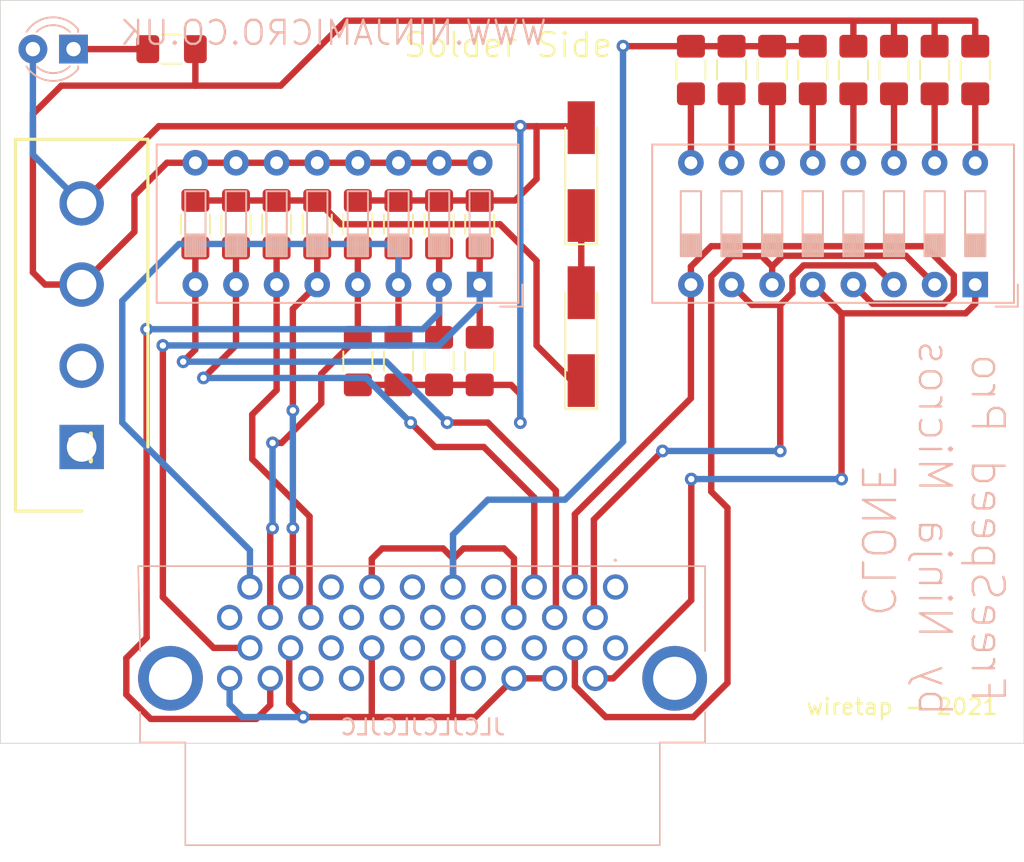
<source format=kicad_pcb>
(kicad_pcb (version 20171130) (host pcbnew "(5.1.6)-1")

  (general
    (thickness 1.6)
    (drawings 11)
    (tracks 248)
    (zones 0)
    (modules 28)
    (nets 49)
  )

  (page A4)
  (layers
    (0 F.Cu signal)
    (31 B.Cu signal)
    (32 B.Adhes user)
    (33 F.Adhes user)
    (34 B.Paste user)
    (35 F.Paste user)
    (36 B.SilkS user)
    (37 F.SilkS user)
    (38 B.Mask user)
    (39 F.Mask user)
    (40 Dwgs.User user)
    (41 Cmts.User user)
    (42 Eco1.User user)
    (43 Eco2.User user)
    (44 Edge.Cuts user)
    (45 Margin user)
    (46 B.CrtYd user)
    (47 F.CrtYd user)
    (48 B.Fab user)
    (49 F.Fab user)
  )

  (setup
    (last_trace_width 0.25)
    (user_trace_width 0.4)
    (trace_clearance 0.2)
    (zone_clearance 0.508)
    (zone_45_only no)
    (trace_min 0.2)
    (via_size 0.8)
    (via_drill 0.4)
    (via_min_size 0.4)
    (via_min_drill 0.3)
    (uvia_size 0.3)
    (uvia_drill 0.1)
    (uvias_allowed no)
    (uvia_min_size 0.2)
    (uvia_min_drill 0.1)
    (edge_width 0.05)
    (segment_width 0.2)
    (pcb_text_width 0.3)
    (pcb_text_size 1.5 1.5)
    (mod_edge_width 0.12)
    (mod_text_size 1 1)
    (mod_text_width 0.15)
    (pad_size 1.524 1.524)
    (pad_drill 0.762)
    (pad_to_mask_clearance 0.05)
    (aux_axis_origin 0 0)
    (visible_elements 7FFFFFFF)
    (pcbplotparams
      (layerselection 0x010fc_ffffffff)
      (usegerberextensions false)
      (usegerberattributes true)
      (usegerberadvancedattributes true)
      (creategerberjobfile true)
      (excludeedgelayer true)
      (linewidth 0.100000)
      (plotframeref false)
      (viasonmask false)
      (mode 1)
      (useauxorigin false)
      (hpglpennumber 1)
      (hpglpenspeed 20)
      (hpglpendiameter 15.000000)
      (psnegative false)
      (psa4output false)
      (plotreference true)
      (plotvalue true)
      (plotinvisibletext false)
      (padsonsilk false)
      (subtractmaskfromsilk false)
      (outputformat 1)
      (mirror false)
      (drillshape 0)
      (scaleselection 1)
      (outputdirectory "//192.168.1.100/Personal/Charlie/~Retro/~PCB's and Kits/AMD K7 Goldfinger/Ninjamicro Freespeed Clone/Freespeed-Clone/gerbers/"))
  )

  (net 0 "")
  (net 1 +5V)
  (net 2 "Net-(D1-Pad1)")
  (net 3 "Net-(D2-Pad1)")
  (net 4 "Net-(D3-Pad1)")
  (net 5 GND)
  (net 6 "Net-(J2-Pad1)")
  (net 7 "Net-(J2-Pad2)")
  (net 8 "Net-(J2-Pad3)")
  (net 9 "Net-(J2-Pad4)")
  (net 10 "Net-(J2-Pad5)")
  (net 11 "Net-(J2-Pad13)")
  (net 12 "Net-(J2-Pad7)")
  (net 13 "Net-(J2-Pad8)")
  (net 14 "Net-(J2-Pad10)")
  (net 15 "Net-(J2-Pad11)")
  (net 16 "Net-(J2-Pad12)")
  (net 17 "Net-(J2-Pad14)")
  (net 18 "Net-(J2-Pad15)")
  (net 19 "Net-(J2-Pad16)")
  (net 20 "Net-(J2-Pad17)")
  (net 21 "Net-(J2-Pad18)")
  (net 22 "Net-(J2-Pad19)")
  (net 23 "Net-(J2-Pad20)")
  (net 24 "Net-(J2-Pad21)")
  (net 25 "Net-(J2-Pad22)")
  (net 26 "Net-(J2-Pad23)")
  (net 27 "Net-(J2-Pad24)")
  (net 28 "Net-(J2-Pad25)")
  (net 29 "Net-(J2-Pad27)")
  (net 30 "Net-(J2-Pad28)")
  (net 31 "Net-(J2-Pad30)")
  (net 32 "Net-(J2-Pad31)")
  (net 33 "Net-(J2-Pad32)")
  (net 34 "Net-(J2-Pad34)")
  (net 35 "Net-(J2-Pad35)")
  (net 36 "Net-(J2-Pad36)")
  (net 37 "Net-(J2-Pad38)")
  (net 38 "Net-(J2-Pad39)")
  (net 39 "Net-(R2-Pad2)")
  (net 40 "Net-(R3-Pad2)")
  (net 41 "Net-(R4-Pad2)")
  (net 42 "Net-(R5-Pad2)")
  (net 43 "Net-(R6-Pad2)")
  (net 44 "Net-(R7-Pad2)")
  (net 45 "Net-(R8-Pad2)")
  (net 46 "Net-(R9-Pad2)")
  (net 47 "Net-(J1-Pad1)")
  (net 48 "Net-(J1-Pad2)")

  (net_class Default "This is the default net class."
    (clearance 0.2)
    (trace_width 0.25)
    (via_dia 0.8)
    (via_drill 0.4)
    (uvia_dia 0.3)
    (uvia_drill 0.1)
    (add_net +5V)
    (add_net GND)
    (add_net "Net-(D1-Pad1)")
    (add_net "Net-(D2-Pad1)")
    (add_net "Net-(D3-Pad1)")
    (add_net "Net-(J1-Pad1)")
    (add_net "Net-(J1-Pad2)")
    (add_net "Net-(J2-Pad1)")
    (add_net "Net-(J2-Pad10)")
    (add_net "Net-(J2-Pad11)")
    (add_net "Net-(J2-Pad12)")
    (add_net "Net-(J2-Pad13)")
    (add_net "Net-(J2-Pad14)")
    (add_net "Net-(J2-Pad15)")
    (add_net "Net-(J2-Pad16)")
    (add_net "Net-(J2-Pad17)")
    (add_net "Net-(J2-Pad18)")
    (add_net "Net-(J2-Pad19)")
    (add_net "Net-(J2-Pad2)")
    (add_net "Net-(J2-Pad20)")
    (add_net "Net-(J2-Pad21)")
    (add_net "Net-(J2-Pad22)")
    (add_net "Net-(J2-Pad23)")
    (add_net "Net-(J2-Pad24)")
    (add_net "Net-(J2-Pad25)")
    (add_net "Net-(J2-Pad27)")
    (add_net "Net-(J2-Pad28)")
    (add_net "Net-(J2-Pad3)")
    (add_net "Net-(J2-Pad30)")
    (add_net "Net-(J2-Pad31)")
    (add_net "Net-(J2-Pad32)")
    (add_net "Net-(J2-Pad34)")
    (add_net "Net-(J2-Pad35)")
    (add_net "Net-(J2-Pad36)")
    (add_net "Net-(J2-Pad38)")
    (add_net "Net-(J2-Pad39)")
    (add_net "Net-(J2-Pad4)")
    (add_net "Net-(J2-Pad5)")
    (add_net "Net-(J2-Pad7)")
    (add_net "Net-(J2-Pad8)")
    (add_net "Net-(R2-Pad2)")
    (add_net "Net-(R3-Pad2)")
    (add_net "Net-(R4-Pad2)")
    (add_net "Net-(R5-Pad2)")
    (add_net "Net-(R6-Pad2)")
    (add_net "Net-(R7-Pad2)")
    (add_net "Net-(R8-Pad2)")
    (add_net "Net-(R9-Pad2)")
  )

  (module Resistor_SMD:R_1206_3216Metric_Pad1.42x1.75mm_HandSolder (layer F.Cu) (tedit 5B301BBD) (tstamp 603DB4D4)
    (at 109.5105 45.466 180)
    (descr "Resistor SMD 1206 (3216 Metric), square (rectangular) end terminal, IPC_7351 nominal with elongated pad for handsoldering. (Body size source: http://www.tortai-tech.com/upload/download/2011102023233369053.pdf), generated with kicad-footprint-generator")
    (tags "resistor handsolder")
    (path /603E1723)
    (attr smd)
    (fp_text reference R1 (at 0 -1.82) (layer F.SilkS) hide
      (effects (font (size 1 1) (thickness 0.15)))
    )
    (fp_text value 220 (at 0 1.82) (layer F.Fab)
      (effects (font (size 1 1) (thickness 0.15)))
    )
    (fp_line (start 2.45 1.12) (end -2.45 1.12) (layer F.CrtYd) (width 0.05))
    (fp_line (start 2.45 -1.12) (end 2.45 1.12) (layer F.CrtYd) (width 0.05))
    (fp_line (start -2.45 -1.12) (end 2.45 -1.12) (layer F.CrtYd) (width 0.05))
    (fp_line (start -2.45 1.12) (end -2.45 -1.12) (layer F.CrtYd) (width 0.05))
    (fp_line (start -0.602064 0.91) (end 0.602064 0.91) (layer F.SilkS) (width 0.12))
    (fp_line (start -0.602064 -0.91) (end 0.602064 -0.91) (layer F.SilkS) (width 0.12))
    (fp_line (start 1.6 0.8) (end -1.6 0.8) (layer F.Fab) (width 0.1))
    (fp_line (start 1.6 -0.8) (end 1.6 0.8) (layer F.Fab) (width 0.1))
    (fp_line (start -1.6 -0.8) (end 1.6 -0.8) (layer F.Fab) (width 0.1))
    (fp_line (start -1.6 0.8) (end -1.6 -0.8) (layer F.Fab) (width 0.1))
    (fp_text user %R (at 0 0) (layer F.Fab)
      (effects (font (size 0.8 0.8) (thickness 0.12)))
    )
    (pad 2 smd roundrect (at 1.4875 0 180) (size 1.425 1.75) (layers F.Cu F.Paste F.Mask) (roundrect_rratio 0.175439)
      (net 4 "Net-(D3-Pad1)"))
    (pad 1 smd roundrect (at -1.4875 0 180) (size 1.425 1.75) (layers F.Cu F.Paste F.Mask) (roundrect_rratio 0.175439)
      (net 5 GND))
    (model ${KISYS3DMOD}/Resistor_SMD.3dshapes/R_1206_3216Metric.wrl
      (at (xyz 0 0 0))
      (scale (xyz 1 1 1))
      (rotate (xyz 0 0 0))
    )
  )

  (module Button_Switch_THT:SW_DIP_SPSTx08_Slide_9.78x22.5mm_W7.62mm_P2.54mm (layer B.Cu) (tedit 603D4957) (tstamp 603DB74D)
    (at 159.766 60.198 90)
    (descr "8x-dip-switch SPST , Slide, row spacing 7.62 mm (300 mils), body size 9.78x22.5mm (see e.g. https://www.ctscorp.com/wp-content/uploads/206-208.pdf)")
    (tags "DIP Switch SPST Slide 7.62mm 300mil")
    (path /603DA2FE)
    (fp_text reference SW1 (at 3.81 3.42) (layer B.SilkS) hide
      (effects (font (size 1 1) (thickness 0.15)) (justify mirror))
    )
    (fp_text value SW_DIP_x08 (at 3.81 -21.2 270) (layer B.Fab)
      (effects (font (size 1 1) (thickness 0.15)) (justify mirror))
    )
    (fp_line (start 8.95 2.7) (end -1.35 2.7) (layer B.CrtYd) (width 0.05))
    (fp_line (start 8.95 -20.5) (end 8.95 2.7) (layer B.CrtYd) (width 0.05))
    (fp_line (start -1.35 -20.5) (end 8.95 -20.5) (layer B.CrtYd) (width 0.05))
    (fp_line (start -1.35 2.7) (end -1.35 -20.5) (layer B.CrtYd) (width 0.05))
    (fp_line (start 3.133333 -17.145) (end 3.133333 -18.415) (layer B.SilkS) (width 0.12))
    (fp_line (start 1.78 -18.345) (end 3.133333 -18.345) (layer B.SilkS) (width 0.12))
    (fp_line (start 1.78 -18.225) (end 3.133333 -18.225) (layer B.SilkS) (width 0.12))
    (fp_line (start 1.78 -18.105) (end 3.133333 -18.105) (layer B.SilkS) (width 0.12))
    (fp_line (start 1.78 -17.985) (end 3.133333 -17.985) (layer B.SilkS) (width 0.12))
    (fp_line (start 1.78 -17.865) (end 3.133333 -17.865) (layer B.SilkS) (width 0.12))
    (fp_line (start 1.78 -17.745) (end 3.133333 -17.745) (layer B.SilkS) (width 0.12))
    (fp_line (start 1.78 -17.625) (end 3.133333 -17.625) (layer B.SilkS) (width 0.12))
    (fp_line (start 1.78 -17.505) (end 3.133333 -17.505) (layer B.SilkS) (width 0.12))
    (fp_line (start 1.78 -17.385) (end 3.133333 -17.385) (layer B.SilkS) (width 0.12))
    (fp_line (start 1.78 -17.265) (end 3.133333 -17.265) (layer B.SilkS) (width 0.12))
    (fp_line (start 5.84 -17.145) (end 1.78 -17.145) (layer B.SilkS) (width 0.12))
    (fp_line (start 5.84 -18.415) (end 5.84 -17.145) (layer B.SilkS) (width 0.12))
    (fp_line (start 1.78 -18.415) (end 5.84 -18.415) (layer B.SilkS) (width 0.12))
    (fp_line (start 1.78 -17.145) (end 1.78 -18.415) (layer B.SilkS) (width 0.12))
    (fp_line (start 3.133333 -14.605) (end 3.133333 -15.875) (layer B.SilkS) (width 0.12))
    (fp_line (start 1.78 -15.805) (end 3.133333 -15.805) (layer B.SilkS) (width 0.12))
    (fp_line (start 1.78 -15.685) (end 3.133333 -15.685) (layer B.SilkS) (width 0.12))
    (fp_line (start 1.78 -15.565) (end 3.133333 -15.565) (layer B.SilkS) (width 0.12))
    (fp_line (start 1.78 -15.445) (end 3.133333 -15.445) (layer B.SilkS) (width 0.12))
    (fp_line (start 1.78 -15.325) (end 3.133333 -15.325) (layer B.SilkS) (width 0.12))
    (fp_line (start 1.78 -15.205) (end 3.133333 -15.205) (layer B.SilkS) (width 0.12))
    (fp_line (start 1.78 -15.085) (end 3.133333 -15.085) (layer B.SilkS) (width 0.12))
    (fp_line (start 1.78 -14.965) (end 3.133333 -14.965) (layer B.SilkS) (width 0.12))
    (fp_line (start 1.78 -14.845) (end 3.133333 -14.845) (layer B.SilkS) (width 0.12))
    (fp_line (start 1.78 -14.725) (end 3.133333 -14.725) (layer B.SilkS) (width 0.12))
    (fp_line (start 5.84 -14.605) (end 1.78 -14.605) (layer B.SilkS) (width 0.12))
    (fp_line (start 5.84 -15.875) (end 5.84 -14.605) (layer B.SilkS) (width 0.12))
    (fp_line (start 1.78 -15.875) (end 5.84 -15.875) (layer B.SilkS) (width 0.12))
    (fp_line (start 1.78 -14.605) (end 1.78 -15.875) (layer B.SilkS) (width 0.12))
    (fp_line (start 3.133333 -12.065) (end 3.133333 -13.335) (layer B.SilkS) (width 0.12))
    (fp_line (start 1.78 -13.265) (end 3.133333 -13.265) (layer B.SilkS) (width 0.12))
    (fp_line (start 1.78 -13.145) (end 3.133333 -13.145) (layer B.SilkS) (width 0.12))
    (fp_line (start 1.78 -13.025) (end 3.133333 -13.025) (layer B.SilkS) (width 0.12))
    (fp_line (start 1.78 -12.905) (end 3.133333 -12.905) (layer B.SilkS) (width 0.12))
    (fp_line (start 1.78 -12.785) (end 3.133333 -12.785) (layer B.SilkS) (width 0.12))
    (fp_line (start 1.78 -12.665) (end 3.133333 -12.665) (layer B.SilkS) (width 0.12))
    (fp_line (start 1.78 -12.545) (end 3.133333 -12.545) (layer B.SilkS) (width 0.12))
    (fp_line (start 1.78 -12.425) (end 3.133333 -12.425) (layer B.SilkS) (width 0.12))
    (fp_line (start 1.78 -12.305) (end 3.133333 -12.305) (layer B.SilkS) (width 0.12))
    (fp_line (start 1.78 -12.185) (end 3.133333 -12.185) (layer B.SilkS) (width 0.12))
    (fp_line (start 5.84 -12.065) (end 1.78 -12.065) (layer B.SilkS) (width 0.12))
    (fp_line (start 5.84 -13.335) (end 5.84 -12.065) (layer B.SilkS) (width 0.12))
    (fp_line (start 1.78 -13.335) (end 5.84 -13.335) (layer B.SilkS) (width 0.12))
    (fp_line (start 1.78 -12.065) (end 1.78 -13.335) (layer B.SilkS) (width 0.12))
    (fp_line (start 3.133333 -9.525) (end 3.133333 -10.795) (layer B.SilkS) (width 0.12))
    (fp_line (start 1.78 -10.725) (end 3.133333 -10.725) (layer B.SilkS) (width 0.12))
    (fp_line (start 1.78 -10.605) (end 3.133333 -10.605) (layer B.SilkS) (width 0.12))
    (fp_line (start 1.78 -10.485) (end 3.133333 -10.485) (layer B.SilkS) (width 0.12))
    (fp_line (start 1.78 -10.365) (end 3.133333 -10.365) (layer B.SilkS) (width 0.12))
    (fp_line (start 1.78 -10.245) (end 3.133333 -10.245) (layer B.SilkS) (width 0.12))
    (fp_line (start 1.78 -10.125) (end 3.133333 -10.125) (layer B.SilkS) (width 0.12))
    (fp_line (start 1.78 -10.005) (end 3.133333 -10.005) (layer B.SilkS) (width 0.12))
    (fp_line (start 1.78 -9.885) (end 3.133333 -9.885) (layer B.SilkS) (width 0.12))
    (fp_line (start 1.78 -9.765) (end 3.133333 -9.765) (layer B.SilkS) (width 0.12))
    (fp_line (start 1.78 -9.645) (end 3.133333 -9.645) (layer B.SilkS) (width 0.12))
    (fp_line (start 5.84 -9.525) (end 1.78 -9.525) (layer B.SilkS) (width 0.12))
    (fp_line (start 5.84 -10.795) (end 5.84 -9.525) (layer B.SilkS) (width 0.12))
    (fp_line (start 1.78 -10.795) (end 5.84 -10.795) (layer B.SilkS) (width 0.12))
    (fp_line (start 1.78 -9.525) (end 1.78 -10.795) (layer B.SilkS) (width 0.12))
    (fp_line (start 3.133333 -6.985) (end 3.133333 -8.255) (layer B.SilkS) (width 0.12))
    (fp_line (start 1.78 -8.185) (end 3.133333 -8.185) (layer B.SilkS) (width 0.12))
    (fp_line (start 1.78 -8.065) (end 3.133333 -8.065) (layer B.SilkS) (width 0.12))
    (fp_line (start 1.78 -7.945) (end 3.133333 -7.945) (layer B.SilkS) (width 0.12))
    (fp_line (start 1.78 -7.825) (end 3.133333 -7.825) (layer B.SilkS) (width 0.12))
    (fp_line (start 1.78 -7.705) (end 3.133333 -7.705) (layer B.SilkS) (width 0.12))
    (fp_line (start 1.78 -7.585) (end 3.133333 -7.585) (layer B.SilkS) (width 0.12))
    (fp_line (start 1.78 -7.465) (end 3.133333 -7.465) (layer B.SilkS) (width 0.12))
    (fp_line (start 1.78 -7.345) (end 3.133333 -7.345) (layer B.SilkS) (width 0.12))
    (fp_line (start 1.78 -7.225) (end 3.133333 -7.225) (layer B.SilkS) (width 0.12))
    (fp_line (start 1.78 -7.105) (end 3.133333 -7.105) (layer B.SilkS) (width 0.12))
    (fp_line (start 5.84 -6.985) (end 1.78 -6.985) (layer B.SilkS) (width 0.12))
    (fp_line (start 5.84 -8.255) (end 5.84 -6.985) (layer B.SilkS) (width 0.12))
    (fp_line (start 1.78 -8.255) (end 5.84 -8.255) (layer B.SilkS) (width 0.12))
    (fp_line (start 1.78 -6.985) (end 1.78 -8.255) (layer B.SilkS) (width 0.12))
    (fp_line (start 3.133333 -4.445) (end 3.133333 -5.715) (layer B.SilkS) (width 0.12))
    (fp_line (start 1.78 -5.645) (end 3.133333 -5.645) (layer B.SilkS) (width 0.12))
    (fp_line (start 1.78 -5.525) (end 3.133333 -5.525) (layer B.SilkS) (width 0.12))
    (fp_line (start 1.78 -5.405) (end 3.133333 -5.405) (layer B.SilkS) (width 0.12))
    (fp_line (start 1.78 -5.285) (end 3.133333 -5.285) (layer B.SilkS) (width 0.12))
    (fp_line (start 1.78 -5.165) (end 3.133333 -5.165) (layer B.SilkS) (width 0.12))
    (fp_line (start 1.78 -5.045) (end 3.133333 -5.045) (layer B.SilkS) (width 0.12))
    (fp_line (start 1.78 -4.925) (end 3.133333 -4.925) (layer B.SilkS) (width 0.12))
    (fp_line (start 1.78 -4.805) (end 3.133333 -4.805) (layer B.SilkS) (width 0.12))
    (fp_line (start 1.78 -4.685) (end 3.133333 -4.685) (layer B.SilkS) (width 0.12))
    (fp_line (start 1.78 -4.565) (end 3.133333 -4.565) (layer B.SilkS) (width 0.12))
    (fp_line (start 5.84 -4.445) (end 1.78 -4.445) (layer B.SilkS) (width 0.12))
    (fp_line (start 5.84 -5.715) (end 5.84 -4.445) (layer B.SilkS) (width 0.12))
    (fp_line (start 1.78 -5.715) (end 5.84 -5.715) (layer B.SilkS) (width 0.12))
    (fp_line (start 1.78 -4.445) (end 1.78 -5.715) (layer B.SilkS) (width 0.12))
    (fp_line (start 3.133333 -1.905) (end 3.133333 -3.175) (layer B.SilkS) (width 0.12))
    (fp_line (start 1.78 -3.105) (end 3.133333 -3.105) (layer B.SilkS) (width 0.12))
    (fp_line (start 1.78 -2.985) (end 3.133333 -2.985) (layer B.SilkS) (width 0.12))
    (fp_line (start 1.78 -2.865) (end 3.133333 -2.865) (layer B.SilkS) (width 0.12))
    (fp_line (start 1.78 -2.745) (end 3.133333 -2.745) (layer B.SilkS) (width 0.12))
    (fp_line (start 1.78 -2.625) (end 3.133333 -2.625) (layer B.SilkS) (width 0.12))
    (fp_line (start 1.78 -2.505) (end 3.133333 -2.505) (layer B.SilkS) (width 0.12))
    (fp_line (start 1.78 -2.385) (end 3.133333 -2.385) (layer B.SilkS) (width 0.12))
    (fp_line (start 1.78 -2.265) (end 3.133333 -2.265) (layer B.SilkS) (width 0.12))
    (fp_line (start 1.78 -2.145) (end 3.133333 -2.145) (layer B.SilkS) (width 0.12))
    (fp_line (start 1.78 -2.025) (end 3.133333 -2.025) (layer B.SilkS) (width 0.12))
    (fp_line (start 5.84 -1.905) (end 1.78 -1.905) (layer B.SilkS) (width 0.12))
    (fp_line (start 5.84 -3.175) (end 5.84 -1.905) (layer B.SilkS) (width 0.12))
    (fp_line (start 1.78 -3.175) (end 5.84 -3.175) (layer B.SilkS) (width 0.12))
    (fp_line (start 1.78 -1.905) (end 1.78 -3.175) (layer B.SilkS) (width 0.12))
    (fp_line (start 3.133333 0.635) (end 3.133333 -0.635) (layer B.SilkS) (width 0.12))
    (fp_line (start 1.78 -0.565) (end 3.133333 -0.565) (layer B.SilkS) (width 0.12))
    (fp_line (start 1.78 -0.445) (end 3.133333 -0.445) (layer B.SilkS) (width 0.12))
    (fp_line (start 1.78 -0.325) (end 3.133333 -0.325) (layer B.SilkS) (width 0.12))
    (fp_line (start 1.78 -0.205) (end 3.133333 -0.205) (layer B.SilkS) (width 0.12))
    (fp_line (start 1.78 -0.085) (end 3.133333 -0.085) (layer B.SilkS) (width 0.12))
    (fp_line (start 1.78 0.035) (end 3.133333 0.035) (layer B.SilkS) (width 0.12))
    (fp_line (start 1.78 0.155) (end 3.133333 0.155) (layer B.SilkS) (width 0.12))
    (fp_line (start 1.78 0.275) (end 3.133333 0.275) (layer B.SilkS) (width 0.12))
    (fp_line (start 1.78 0.395) (end 3.133333 0.395) (layer B.SilkS) (width 0.12))
    (fp_line (start 1.78 0.515) (end 3.133333 0.515) (layer B.SilkS) (width 0.12))
    (fp_line (start 5.84 0.635) (end 1.78 0.635) (layer B.SilkS) (width 0.12))
    (fp_line (start 5.84 -0.635) (end 5.84 0.635) (layer B.SilkS) (width 0.12))
    (fp_line (start 1.78 -0.635) (end 5.84 -0.635) (layer B.SilkS) (width 0.12))
    (fp_line (start 1.78 0.635) (end 1.78 -0.635) (layer B.SilkS) (width 0.12))
    (fp_line (start -1.38 2.66) (end -1.38 1.277) (layer B.SilkS) (width 0.12))
    (fp_line (start -1.38 2.66) (end 0.004 2.66) (layer B.SilkS) (width 0.12))
    (fp_line (start 8.76 2.42) (end 8.76 -20.201) (layer B.SilkS) (width 0.12))
    (fp_line (start -1.14 2.42) (end -1.14 -20.201) (layer B.SilkS) (width 0.12))
    (fp_line (start -1.14 -20.201) (end 8.76 -20.201) (layer B.SilkS) (width 0.12))
    (fp_line (start -1.14 2.42) (end 8.76 2.42) (layer B.SilkS) (width 0.12))
    (fp_line (start 3.133333 -17.145) (end 3.133333 -18.415) (layer B.Fab) (width 0.1))
    (fp_line (start 1.78 -18.345) (end 3.133333 -18.345) (layer B.Fab) (width 0.1))
    (fp_line (start 1.78 -18.245) (end 3.133333 -18.245) (layer B.Fab) (width 0.1))
    (fp_line (start 1.78 -18.145) (end 3.133333 -18.145) (layer B.Fab) (width 0.1))
    (fp_line (start 1.78 -18.045) (end 3.133333 -18.045) (layer B.Fab) (width 0.1))
    (fp_line (start 1.78 -17.945) (end 3.133333 -17.945) (layer B.Fab) (width 0.1))
    (fp_line (start 1.78 -17.845) (end 3.133333 -17.845) (layer B.Fab) (width 0.1))
    (fp_line (start 1.78 -17.745) (end 3.133333 -17.745) (layer B.Fab) (width 0.1))
    (fp_line (start 1.78 -17.645) (end 3.133333 -17.645) (layer B.Fab) (width 0.1))
    (fp_line (start 1.78 -17.545) (end 3.133333 -17.545) (layer B.Fab) (width 0.1))
    (fp_line (start 1.78 -17.445) (end 3.133333 -17.445) (layer B.Fab) (width 0.1))
    (fp_line (start 1.78 -17.345) (end 3.133333 -17.345) (layer B.Fab) (width 0.1))
    (fp_line (start 1.78 -17.245) (end 3.133333 -17.245) (layer B.Fab) (width 0.1))
    (fp_line (start 5.84 -17.145) (end 1.78 -17.145) (layer B.Fab) (width 0.1))
    (fp_line (start 5.84 -18.415) (end 5.84 -17.145) (layer B.Fab) (width 0.1))
    (fp_line (start 1.78 -18.415) (end 5.84 -18.415) (layer B.Fab) (width 0.1))
    (fp_line (start 1.78 -17.145) (end 1.78 -18.415) (layer B.Fab) (width 0.1))
    (fp_line (start 3.133333 -14.605) (end 3.133333 -15.875) (layer B.Fab) (width 0.1))
    (fp_line (start 1.78 -15.805) (end 3.133333 -15.805) (layer B.Fab) (width 0.1))
    (fp_line (start 1.78 -15.705) (end 3.133333 -15.705) (layer B.Fab) (width 0.1))
    (fp_line (start 1.78 -15.605) (end 3.133333 -15.605) (layer B.Fab) (width 0.1))
    (fp_line (start 1.78 -15.505) (end 3.133333 -15.505) (layer B.Fab) (width 0.1))
    (fp_line (start 1.78 -15.405) (end 3.133333 -15.405) (layer B.Fab) (width 0.1))
    (fp_line (start 1.78 -15.305) (end 3.133333 -15.305) (layer B.Fab) (width 0.1))
    (fp_line (start 1.78 -15.205) (end 3.133333 -15.205) (layer B.Fab) (width 0.1))
    (fp_line (start 1.78 -15.105) (end 3.133333 -15.105) (layer B.Fab) (width 0.1))
    (fp_line (start 1.78 -15.005) (end 3.133333 -15.005) (layer B.Fab) (width 0.1))
    (fp_line (start 1.78 -14.905) (end 3.133333 -14.905) (layer B.Fab) (width 0.1))
    (fp_line (start 1.78 -14.805) (end 3.133333 -14.805) (layer B.Fab) (width 0.1))
    (fp_line (start 1.78 -14.705) (end 3.133333 -14.705) (layer B.Fab) (width 0.1))
    (fp_line (start 5.84 -14.605) (end 1.78 -14.605) (layer B.Fab) (width 0.1))
    (fp_line (start 5.84 -15.875) (end 5.84 -14.605) (layer B.Fab) (width 0.1))
    (fp_line (start 1.78 -15.875) (end 5.84 -15.875) (layer B.Fab) (width 0.1))
    (fp_line (start 1.78 -14.605) (end 1.78 -15.875) (layer B.Fab) (width 0.1))
    (fp_line (start 3.133333 -12.065) (end 3.133333 -13.335) (layer B.Fab) (width 0.1))
    (fp_line (start 1.78 -13.265) (end 3.133333 -13.265) (layer B.Fab) (width 0.1))
    (fp_line (start 1.78 -13.165) (end 3.133333 -13.165) (layer B.Fab) (width 0.1))
    (fp_line (start 1.78 -13.065) (end 3.133333 -13.065) (layer B.Fab) (width 0.1))
    (fp_line (start 1.78 -12.965) (end 3.133333 -12.965) (layer B.Fab) (width 0.1))
    (fp_line (start 1.78 -12.865) (end 3.133333 -12.865) (layer B.Fab) (width 0.1))
    (fp_line (start 1.78 -12.765) (end 3.133333 -12.765) (layer B.Fab) (width 0.1))
    (fp_line (start 1.78 -12.665) (end 3.133333 -12.665) (layer B.Fab) (width 0.1))
    (fp_line (start 1.78 -12.565) (end 3.133333 -12.565) (layer B.Fab) (width 0.1))
    (fp_line (start 1.78 -12.465) (end 3.133333 -12.465) (layer B.Fab) (width 0.1))
    (fp_line (start 1.78 -12.365) (end 3.133333 -12.365) (layer B.Fab) (width 0.1))
    (fp_line (start 1.78 -12.265) (end 3.133333 -12.265) (layer B.Fab) (width 0.1))
    (fp_line (start 1.78 -12.165) (end 3.133333 -12.165) (layer B.Fab) (width 0.1))
    (fp_line (start 5.84 -12.065) (end 1.78 -12.065) (layer B.Fab) (width 0.1))
    (fp_line (start 5.84 -13.335) (end 5.84 -12.065) (layer B.Fab) (width 0.1))
    (fp_line (start 1.78 -13.335) (end 5.84 -13.335) (layer B.Fab) (width 0.1))
    (fp_line (start 1.78 -12.065) (end 1.78 -13.335) (layer B.Fab) (width 0.1))
    (fp_line (start 3.133333 -9.525) (end 3.133333 -10.795) (layer B.Fab) (width 0.1))
    (fp_line (start 1.78 -10.725) (end 3.133333 -10.725) (layer B.Fab) (width 0.1))
    (fp_line (start 1.78 -10.625) (end 3.133333 -10.625) (layer B.Fab) (width 0.1))
    (fp_line (start 1.78 -10.525) (end 3.133333 -10.525) (layer B.Fab) (width 0.1))
    (fp_line (start 1.78 -10.425) (end 3.133333 -10.425) (layer B.Fab) (width 0.1))
    (fp_line (start 1.78 -10.325) (end 3.133333 -10.325) (layer B.Fab) (width 0.1))
    (fp_line (start 1.78 -10.225) (end 3.133333 -10.225) (layer B.Fab) (width 0.1))
    (fp_line (start 1.78 -10.125) (end 3.133333 -10.125) (layer B.Fab) (width 0.1))
    (fp_line (start 1.78 -10.025) (end 3.133333 -10.025) (layer B.Fab) (width 0.1))
    (fp_line (start 1.78 -9.925) (end 3.133333 -9.925) (layer B.Fab) (width 0.1))
    (fp_line (start 1.78 -9.825) (end 3.133333 -9.825) (layer B.Fab) (width 0.1))
    (fp_line (start 1.78 -9.725) (end 3.133333 -9.725) (layer B.Fab) (width 0.1))
    (fp_line (start 1.78 -9.625) (end 3.133333 -9.625) (layer B.Fab) (width 0.1))
    (fp_line (start 5.84 -9.525) (end 1.78 -9.525) (layer B.Fab) (width 0.1))
    (fp_line (start 5.84 -10.795) (end 5.84 -9.525) (layer B.Fab) (width 0.1))
    (fp_line (start 1.78 -10.795) (end 5.84 -10.795) (layer B.Fab) (width 0.1))
    (fp_line (start 1.78 -9.525) (end 1.78 -10.795) (layer B.Fab) (width 0.1))
    (fp_line (start 3.133333 -6.985) (end 3.133333 -8.255) (layer B.Fab) (width 0.1))
    (fp_line (start 1.78 -8.185) (end 3.133333 -8.185) (layer B.Fab) (width 0.1))
    (fp_line (start 1.78 -8.085) (end 3.133333 -8.085) (layer B.Fab) (width 0.1))
    (fp_line (start 1.78 -7.985) (end 3.133333 -7.985) (layer B.Fab) (width 0.1))
    (fp_line (start 1.78 -7.885) (end 3.133333 -7.885) (layer B.Fab) (width 0.1))
    (fp_line (start 1.78 -7.785) (end 3.133333 -7.785) (layer B.Fab) (width 0.1))
    (fp_line (start 1.78 -7.685) (end 3.133333 -7.685) (layer B.Fab) (width 0.1))
    (fp_line (start 1.78 -7.585) (end 3.133333 -7.585) (layer B.Fab) (width 0.1))
    (fp_line (start 1.78 -7.485) (end 3.133333 -7.485) (layer B.Fab) (width 0.1))
    (fp_line (start 1.78 -7.385) (end 3.133333 -7.385) (layer B.Fab) (width 0.1))
    (fp_line (start 1.78 -7.285) (end 3.133333 -7.285) (layer B.Fab) (width 0.1))
    (fp_line (start 1.78 -7.185) (end 3.133333 -7.185) (layer B.Fab) (width 0.1))
    (fp_line (start 1.78 -7.085) (end 3.133333 -7.085) (layer B.Fab) (width 0.1))
    (fp_line (start 5.84 -6.985) (end 1.78 -6.985) (layer B.Fab) (width 0.1))
    (fp_line (start 5.84 -8.255) (end 5.84 -6.985) (layer B.Fab) (width 0.1))
    (fp_line (start 1.78 -8.255) (end 5.84 -8.255) (layer B.Fab) (width 0.1))
    (fp_line (start 1.78 -6.985) (end 1.78 -8.255) (layer B.Fab) (width 0.1))
    (fp_line (start 3.133333 -4.445) (end 3.133333 -5.715) (layer B.Fab) (width 0.1))
    (fp_line (start 1.78 -5.645) (end 3.133333 -5.645) (layer B.Fab) (width 0.1))
    (fp_line (start 1.78 -5.545) (end 3.133333 -5.545) (layer B.Fab) (width 0.1))
    (fp_line (start 1.78 -5.445) (end 3.133333 -5.445) (layer B.Fab) (width 0.1))
    (fp_line (start 1.78 -5.345) (end 3.133333 -5.345) (layer B.Fab) (width 0.1))
    (fp_line (start 1.78 -5.245) (end 3.133333 -5.245) (layer B.Fab) (width 0.1))
    (fp_line (start 1.78 -5.145) (end 3.133333 -5.145) (layer B.Fab) (width 0.1))
    (fp_line (start 1.78 -5.045) (end 3.133333 -5.045) (layer B.Fab) (width 0.1))
    (fp_line (start 1.78 -4.945) (end 3.133333 -4.945) (layer B.Fab) (width 0.1))
    (fp_line (start 1.78 -4.845) (end 3.133333 -4.845) (layer B.Fab) (width 0.1))
    (fp_line (start 1.78 -4.745) (end 3.133333 -4.745) (layer B.Fab) (width 0.1))
    (fp_line (start 1.78 -4.645) (end 3.133333 -4.645) (layer B.Fab) (width 0.1))
    (fp_line (start 1.78 -4.545) (end 3.133333 -4.545) (layer B.Fab) (width 0.1))
    (fp_line (start 5.84 -4.445) (end 1.78 -4.445) (layer B.Fab) (width 0.1))
    (fp_line (start 5.84 -5.715) (end 5.84 -4.445) (layer B.Fab) (width 0.1))
    (fp_line (start 1.78 -5.715) (end 5.84 -5.715) (layer B.Fab) (width 0.1))
    (fp_line (start 1.78 -4.445) (end 1.78 -5.715) (layer B.Fab) (width 0.1))
    (fp_line (start 3.133333 -1.905) (end 3.133333 -3.175) (layer B.Fab) (width 0.1))
    (fp_line (start 1.78 -3.105) (end 3.133333 -3.105) (layer B.Fab) (width 0.1))
    (fp_line (start 1.78 -3.005) (end 3.133333 -3.005) (layer B.Fab) (width 0.1))
    (fp_line (start 1.78 -2.905) (end 3.133333 -2.905) (layer B.Fab) (width 0.1))
    (fp_line (start 1.78 -2.805) (end 3.133333 -2.805) (layer B.Fab) (width 0.1))
    (fp_line (start 1.78 -2.705) (end 3.133333 -2.705) (layer B.Fab) (width 0.1))
    (fp_line (start 1.78 -2.605) (end 3.133333 -2.605) (layer B.Fab) (width 0.1))
    (fp_line (start 1.78 -2.505) (end 3.133333 -2.505) (layer B.Fab) (width 0.1))
    (fp_line (start 1.78 -2.405) (end 3.133333 -2.405) (layer B.Fab) (width 0.1))
    (fp_line (start 1.78 -2.305) (end 3.133333 -2.305) (layer B.Fab) (width 0.1))
    (fp_line (start 1.78 -2.205) (end 3.133333 -2.205) (layer B.Fab) (width 0.1))
    (fp_line (start 1.78 -2.105) (end 3.133333 -2.105) (layer B.Fab) (width 0.1))
    (fp_line (start 1.78 -2.005) (end 3.133333 -2.005) (layer B.Fab) (width 0.1))
    (fp_line (start 5.84 -1.905) (end 1.78 -1.905) (layer B.Fab) (width 0.1))
    (fp_line (start 5.84 -3.175) (end 5.84 -1.905) (layer B.Fab) (width 0.1))
    (fp_line (start 1.78 -3.175) (end 5.84 -3.175) (layer B.Fab) (width 0.1))
    (fp_line (start 1.78 -1.905) (end 1.78 -3.175) (layer B.Fab) (width 0.1))
    (fp_line (start 3.133333 0.635) (end 3.133333 -0.635) (layer B.Fab) (width 0.1))
    (fp_line (start 1.78 -0.565) (end 3.133333 -0.565) (layer B.Fab) (width 0.1))
    (fp_line (start 1.78 -0.465) (end 3.133333 -0.465) (layer B.Fab) (width 0.1))
    (fp_line (start 1.78 -0.365) (end 3.133333 -0.365) (layer B.Fab) (width 0.1))
    (fp_line (start 1.78 -0.265) (end 3.133333 -0.265) (layer B.Fab) (width 0.1))
    (fp_line (start 1.78 -0.165) (end 3.133333 -0.165) (layer B.Fab) (width 0.1))
    (fp_line (start 1.78 -0.065) (end 3.133333 -0.065) (layer B.Fab) (width 0.1))
    (fp_line (start 1.78 0.035) (end 3.133333 0.035) (layer B.Fab) (width 0.1))
    (fp_line (start 1.78 0.135) (end 3.133333 0.135) (layer B.Fab) (width 0.1))
    (fp_line (start 1.78 0.235) (end 3.133333 0.235) (layer B.Fab) (width 0.1))
    (fp_line (start 1.78 0.335) (end 3.133333 0.335) (layer B.Fab) (width 0.1))
    (fp_line (start 1.78 0.435) (end 3.133333 0.435) (layer B.Fab) (width 0.1))
    (fp_line (start 1.78 0.535) (end 3.133333 0.535) (layer B.Fab) (width 0.1))
    (fp_line (start 5.84 0.635) (end 1.78 0.635) (layer B.Fab) (width 0.1))
    (fp_line (start 5.84 -0.635) (end 5.84 0.635) (layer B.Fab) (width 0.1))
    (fp_line (start 1.78 -0.635) (end 5.84 -0.635) (layer B.Fab) (width 0.1))
    (fp_line (start 1.78 0.635) (end 1.78 -0.635) (layer B.Fab) (width 0.1))
    (fp_line (start -1.08 1.36) (end -0.08 2.36) (layer B.Fab) (width 0.1))
    (fp_line (start -1.08 -20.14) (end -1.08 1.36) (layer B.Fab) (width 0.1))
    (fp_line (start 8.7 -20.14) (end -1.08 -20.14) (layer B.Fab) (width 0.1))
    (fp_line (start 8.7 2.36) (end 8.7 -20.14) (layer B.Fab) (width 0.1))
    (fp_line (start -0.08 2.36) (end 8.7 2.36) (layer B.Fab) (width 0.1))
    (fp_text user on (at 5.365 1.4975 270) (layer B.Fab)
      (effects (font (size 0.8 0.8) (thickness 0.12)) (justify mirror))
    )
    (fp_text user %R (at 7.27 -8.89) (layer B.Fab)
      (effects (font (size 0.8 0.8) (thickness 0.12)) (justify mirror))
    )
    (pad 9 thru_hole oval (at 7.62 0 90) (size 1.6 1.6) (drill 0.8) (layers *.Cu *.Mask)
      (net 46 "Net-(R9-Pad2)"))
    (pad 8 thru_hole oval (at 0 -17.78 90) (size 1.6 1.6) (drill 0.8) (layers *.Cu *.Mask)
      (net 8 "Net-(J2-Pad3)"))
    (pad 10 thru_hole oval (at 7.62 -2.54 90) (size 1.6 1.6) (drill 0.8) (layers *.Cu *.Mask)
      (net 45 "Net-(R8-Pad2)"))
    (pad 7 thru_hole oval (at 0 -15.24 90) (size 1.6 1.6) (drill 0.8) (layers *.Cu *.Mask)
      (net 7 "Net-(J2-Pad2)"))
    (pad 11 thru_hole oval (at 7.62 -5.08 90) (size 1.6 1.6) (drill 0.8) (layers *.Cu *.Mask)
      (net 44 "Net-(R7-Pad2)"))
    (pad 6 thru_hole oval (at 0 -12.7 90) (size 1.6 1.6) (drill 0.8) (layers *.Cu *.Mask)
      (net 26 "Net-(J2-Pad23)"))
    (pad 12 thru_hole oval (at 7.62 -7.62 90) (size 1.6 1.6) (drill 0.8) (layers *.Cu *.Mask)
      (net 43 "Net-(R6-Pad2)"))
    (pad 5 thru_hole oval (at 0 -10.16 90) (size 1.6 1.6) (drill 0.8) (layers *.Cu *.Mask)
      (net 25 "Net-(J2-Pad22)"))
    (pad 13 thru_hole oval (at 7.62 -10.16 90) (size 1.6 1.6) (drill 0.8) (layers *.Cu *.Mask)
      (net 42 "Net-(R5-Pad2)"))
    (pad 4 thru_hole oval (at 0 -7.62 90) (size 1.6 1.6) (drill 0.8) (layers *.Cu *.Mask)
      (net 8 "Net-(J2-Pad3)"))
    (pad 14 thru_hole oval (at 7.62 -12.7 90) (size 1.6 1.6) (drill 0.8) (layers *.Cu *.Mask)
      (net 41 "Net-(R4-Pad2)"))
    (pad 3 thru_hole oval (at 0 -5.08 90) (size 1.6 1.6) (drill 0.8) (layers *.Cu *.Mask)
      (net 7 "Net-(J2-Pad2)"))
    (pad 15 thru_hole oval (at 7.62 -15.24 90) (size 1.6 1.6) (drill 0.8) (layers *.Cu *.Mask)
      (net 40 "Net-(R3-Pad2)"))
    (pad 2 thru_hole oval (at 0 -2.54 90) (size 1.6 1.6) (drill 0.8) (layers *.Cu *.Mask)
      (net 26 "Net-(J2-Pad23)"))
    (pad 16 thru_hole oval (at 7.62 -17.78 90) (size 1.6 1.6) (drill 0.8) (layers *.Cu *.Mask)
      (net 39 "Net-(R2-Pad2)"))
    (pad 1 thru_hole rect (at 0 0 90) (size 1.6 1.6) (drill 0.8) (layers *.Cu *.Mask)
      (net 25 "Net-(J2-Pad22)"))
    (model ${KISYS3DMOD}/Button_Switch_THT.3dshapes/SW_DIP_SPSTx08_Slide_9.78x22.5mm_W7.62mm_P2.54mm.wrl
      (at (xyz 0 0 0))
      (scale (xyz 1 1 1))
      (rotate (xyz 0 0 90))
    )
  )

  (module Button_Switch_THT:SW_DIP_SPSTx08_Slide_9.78x22.5mm_W7.62mm_P2.54mm (layer B.Cu) (tedit 603D48CA) (tstamp 603DB872)
    (at 128.778 60.198 90)
    (descr "8x-dip-switch SPST , Slide, row spacing 7.62 mm (300 mils), body size 9.78x22.5mm (see e.g. https://www.ctscorp.com/wp-content/uploads/206-208.pdf)")
    (tags "DIP Switch SPST Slide 7.62mm 300mil")
    (path /603D79A2)
    (fp_text reference SW2 (at 3.81 3.42 270) (layer B.SilkS) hide
      (effects (font (size 1 1) (thickness 0.15)) (justify mirror))
    )
    (fp_text value SW_DIP_x08 (at 3.81 -21.2 270) (layer B.Fab)
      (effects (font (size 1 1) (thickness 0.15)) (justify mirror))
    )
    (fp_line (start -0.08 2.36) (end 8.7 2.36) (layer B.Fab) (width 0.1))
    (fp_line (start 8.7 2.36) (end 8.7 -20.14) (layer B.Fab) (width 0.1))
    (fp_line (start 8.7 -20.14) (end -1.08 -20.14) (layer B.Fab) (width 0.1))
    (fp_line (start -1.08 -20.14) (end -1.08 1.36) (layer B.Fab) (width 0.1))
    (fp_line (start -1.08 1.36) (end -0.08 2.36) (layer B.Fab) (width 0.1))
    (fp_line (start 1.78 0.635) (end 1.78 -0.635) (layer B.Fab) (width 0.1))
    (fp_line (start 1.78 -0.635) (end 5.84 -0.635) (layer B.Fab) (width 0.1))
    (fp_line (start 5.84 -0.635) (end 5.84 0.635) (layer B.Fab) (width 0.1))
    (fp_line (start 5.84 0.635) (end 1.78 0.635) (layer B.Fab) (width 0.1))
    (fp_line (start 1.78 0.535) (end 3.133333 0.535) (layer B.Fab) (width 0.1))
    (fp_line (start 1.78 0.435) (end 3.133333 0.435) (layer B.Fab) (width 0.1))
    (fp_line (start 1.78 0.335) (end 3.133333 0.335) (layer B.Fab) (width 0.1))
    (fp_line (start 1.78 0.235) (end 3.133333 0.235) (layer B.Fab) (width 0.1))
    (fp_line (start 1.78 0.135) (end 3.133333 0.135) (layer B.Fab) (width 0.1))
    (fp_line (start 1.78 0.035) (end 3.133333 0.035) (layer B.Fab) (width 0.1))
    (fp_line (start 1.78 -0.065) (end 3.133333 -0.065) (layer B.Fab) (width 0.1))
    (fp_line (start 1.78 -0.165) (end 3.133333 -0.165) (layer B.Fab) (width 0.1))
    (fp_line (start 1.78 -0.265) (end 3.133333 -0.265) (layer B.Fab) (width 0.1))
    (fp_line (start 1.78 -0.365) (end 3.133333 -0.365) (layer B.Fab) (width 0.1))
    (fp_line (start 1.78 -0.465) (end 3.133333 -0.465) (layer B.Fab) (width 0.1))
    (fp_line (start 1.78 -0.565) (end 3.133333 -0.565) (layer B.Fab) (width 0.1))
    (fp_line (start 3.133333 0.635) (end 3.133333 -0.635) (layer B.Fab) (width 0.1))
    (fp_line (start 1.78 -1.905) (end 1.78 -3.175) (layer B.Fab) (width 0.1))
    (fp_line (start 1.78 -3.175) (end 5.84 -3.175) (layer B.Fab) (width 0.1))
    (fp_line (start 5.84 -3.175) (end 5.84 -1.905) (layer B.Fab) (width 0.1))
    (fp_line (start 5.84 -1.905) (end 1.78 -1.905) (layer B.Fab) (width 0.1))
    (fp_line (start 1.78 -2.005) (end 3.133333 -2.005) (layer B.Fab) (width 0.1))
    (fp_line (start 1.78 -2.105) (end 3.133333 -2.105) (layer B.Fab) (width 0.1))
    (fp_line (start 1.78 -2.205) (end 3.133333 -2.205) (layer B.Fab) (width 0.1))
    (fp_line (start 1.78 -2.305) (end 3.133333 -2.305) (layer B.Fab) (width 0.1))
    (fp_line (start 1.78 -2.405) (end 3.133333 -2.405) (layer B.Fab) (width 0.1))
    (fp_line (start 1.78 -2.505) (end 3.133333 -2.505) (layer B.Fab) (width 0.1))
    (fp_line (start 1.78 -2.605) (end 3.133333 -2.605) (layer B.Fab) (width 0.1))
    (fp_line (start 1.78 -2.705) (end 3.133333 -2.705) (layer B.Fab) (width 0.1))
    (fp_line (start 1.78 -2.805) (end 3.133333 -2.805) (layer B.Fab) (width 0.1))
    (fp_line (start 1.78 -2.905) (end 3.133333 -2.905) (layer B.Fab) (width 0.1))
    (fp_line (start 1.78 -3.005) (end 3.133333 -3.005) (layer B.Fab) (width 0.1))
    (fp_line (start 1.78 -3.105) (end 3.133333 -3.105) (layer B.Fab) (width 0.1))
    (fp_line (start 3.133333 -1.905) (end 3.133333 -3.175) (layer B.Fab) (width 0.1))
    (fp_line (start 1.78 -4.445) (end 1.78 -5.715) (layer B.Fab) (width 0.1))
    (fp_line (start 1.78 -5.715) (end 5.84 -5.715) (layer B.Fab) (width 0.1))
    (fp_line (start 5.84 -5.715) (end 5.84 -4.445) (layer B.Fab) (width 0.1))
    (fp_line (start 5.84 -4.445) (end 1.78 -4.445) (layer B.Fab) (width 0.1))
    (fp_line (start 1.78 -4.545) (end 3.133333 -4.545) (layer B.Fab) (width 0.1))
    (fp_line (start 1.78 -4.645) (end 3.133333 -4.645) (layer B.Fab) (width 0.1))
    (fp_line (start 1.78 -4.745) (end 3.133333 -4.745) (layer B.Fab) (width 0.1))
    (fp_line (start 1.78 -4.845) (end 3.133333 -4.845) (layer B.Fab) (width 0.1))
    (fp_line (start 1.78 -4.945) (end 3.133333 -4.945) (layer B.Fab) (width 0.1))
    (fp_line (start 1.78 -5.045) (end 3.133333 -5.045) (layer B.Fab) (width 0.1))
    (fp_line (start 1.78 -5.145) (end 3.133333 -5.145) (layer B.Fab) (width 0.1))
    (fp_line (start 1.78 -5.245) (end 3.133333 -5.245) (layer B.Fab) (width 0.1))
    (fp_line (start 1.78 -5.345) (end 3.133333 -5.345) (layer B.Fab) (width 0.1))
    (fp_line (start 1.78 -5.445) (end 3.133333 -5.445) (layer B.Fab) (width 0.1))
    (fp_line (start 1.78 -5.545) (end 3.133333 -5.545) (layer B.Fab) (width 0.1))
    (fp_line (start 1.78 -5.645) (end 3.133333 -5.645) (layer B.Fab) (width 0.1))
    (fp_line (start 3.133333 -4.445) (end 3.133333 -5.715) (layer B.Fab) (width 0.1))
    (fp_line (start 1.78 -6.985) (end 1.78 -8.255) (layer B.Fab) (width 0.1))
    (fp_line (start 1.78 -8.255) (end 5.84 -8.255) (layer B.Fab) (width 0.1))
    (fp_line (start 5.84 -8.255) (end 5.84 -6.985) (layer B.Fab) (width 0.1))
    (fp_line (start 5.84 -6.985) (end 1.78 -6.985) (layer B.Fab) (width 0.1))
    (fp_line (start 1.78 -7.085) (end 3.133333 -7.085) (layer B.Fab) (width 0.1))
    (fp_line (start 1.78 -7.185) (end 3.133333 -7.185) (layer B.Fab) (width 0.1))
    (fp_line (start 1.78 -7.285) (end 3.133333 -7.285) (layer B.Fab) (width 0.1))
    (fp_line (start 1.78 -7.385) (end 3.133333 -7.385) (layer B.Fab) (width 0.1))
    (fp_line (start 1.78 -7.485) (end 3.133333 -7.485) (layer B.Fab) (width 0.1))
    (fp_line (start 1.78 -7.585) (end 3.133333 -7.585) (layer B.Fab) (width 0.1))
    (fp_line (start 1.78 -7.685) (end 3.133333 -7.685) (layer B.Fab) (width 0.1))
    (fp_line (start 1.78 -7.785) (end 3.133333 -7.785) (layer B.Fab) (width 0.1))
    (fp_line (start 1.78 -7.885) (end 3.133333 -7.885) (layer B.Fab) (width 0.1))
    (fp_line (start 1.78 -7.985) (end 3.133333 -7.985) (layer B.Fab) (width 0.1))
    (fp_line (start 1.78 -8.085) (end 3.133333 -8.085) (layer B.Fab) (width 0.1))
    (fp_line (start 1.78 -8.185) (end 3.133333 -8.185) (layer B.Fab) (width 0.1))
    (fp_line (start 3.133333 -6.985) (end 3.133333 -8.255) (layer B.Fab) (width 0.1))
    (fp_line (start 1.78 -9.525) (end 1.78 -10.795) (layer B.Fab) (width 0.1))
    (fp_line (start 1.78 -10.795) (end 5.84 -10.795) (layer B.Fab) (width 0.1))
    (fp_line (start 5.84 -10.795) (end 5.84 -9.525) (layer B.Fab) (width 0.1))
    (fp_line (start 5.84 -9.525) (end 1.78 -9.525) (layer B.Fab) (width 0.1))
    (fp_line (start 1.78 -9.625) (end 3.133333 -9.625) (layer B.Fab) (width 0.1))
    (fp_line (start 1.78 -9.725) (end 3.133333 -9.725) (layer B.Fab) (width 0.1))
    (fp_line (start 1.78 -9.825) (end 3.133333 -9.825) (layer B.Fab) (width 0.1))
    (fp_line (start 1.78 -9.925) (end 3.133333 -9.925) (layer B.Fab) (width 0.1))
    (fp_line (start 1.78 -10.025) (end 3.133333 -10.025) (layer B.Fab) (width 0.1))
    (fp_line (start 1.78 -10.125) (end 3.133333 -10.125) (layer B.Fab) (width 0.1))
    (fp_line (start 1.78 -10.225) (end 3.133333 -10.225) (layer B.Fab) (width 0.1))
    (fp_line (start 1.78 -10.325) (end 3.133333 -10.325) (layer B.Fab) (width 0.1))
    (fp_line (start 1.78 -10.425) (end 3.133333 -10.425) (layer B.Fab) (width 0.1))
    (fp_line (start 1.78 -10.525) (end 3.133333 -10.525) (layer B.Fab) (width 0.1))
    (fp_line (start 1.78 -10.625) (end 3.133333 -10.625) (layer B.Fab) (width 0.1))
    (fp_line (start 1.78 -10.725) (end 3.133333 -10.725) (layer B.Fab) (width 0.1))
    (fp_line (start 3.133333 -9.525) (end 3.133333 -10.795) (layer B.Fab) (width 0.1))
    (fp_line (start 1.78 -12.065) (end 1.78 -13.335) (layer B.Fab) (width 0.1))
    (fp_line (start 1.78 -13.335) (end 5.84 -13.335) (layer B.Fab) (width 0.1))
    (fp_line (start 5.84 -13.335) (end 5.84 -12.065) (layer B.Fab) (width 0.1))
    (fp_line (start 5.84 -12.065) (end 1.78 -12.065) (layer B.Fab) (width 0.1))
    (fp_line (start 1.78 -12.165) (end 3.133333 -12.165) (layer B.Fab) (width 0.1))
    (fp_line (start 1.78 -12.265) (end 3.133333 -12.265) (layer B.Fab) (width 0.1))
    (fp_line (start 1.78 -12.365) (end 3.133333 -12.365) (layer B.Fab) (width 0.1))
    (fp_line (start 1.78 -12.465) (end 3.133333 -12.465) (layer B.Fab) (width 0.1))
    (fp_line (start 1.78 -12.565) (end 3.133333 -12.565) (layer B.Fab) (width 0.1))
    (fp_line (start 1.78 -12.665) (end 3.133333 -12.665) (layer B.Fab) (width 0.1))
    (fp_line (start 1.78 -12.765) (end 3.133333 -12.765) (layer B.Fab) (width 0.1))
    (fp_line (start 1.78 -12.865) (end 3.133333 -12.865) (layer B.Fab) (width 0.1))
    (fp_line (start 1.78 -12.965) (end 3.133333 -12.965) (layer B.Fab) (width 0.1))
    (fp_line (start 1.78 -13.065) (end 3.133333 -13.065) (layer B.Fab) (width 0.1))
    (fp_line (start 1.78 -13.165) (end 3.133333 -13.165) (layer B.Fab) (width 0.1))
    (fp_line (start 1.78 -13.265) (end 3.133333 -13.265) (layer B.Fab) (width 0.1))
    (fp_line (start 3.133333 -12.065) (end 3.133333 -13.335) (layer B.Fab) (width 0.1))
    (fp_line (start 1.78 -14.605) (end 1.78 -15.875) (layer B.Fab) (width 0.1))
    (fp_line (start 1.78 -15.875) (end 5.84 -15.875) (layer B.Fab) (width 0.1))
    (fp_line (start 5.84 -15.875) (end 5.84 -14.605) (layer B.Fab) (width 0.1))
    (fp_line (start 5.84 -14.605) (end 1.78 -14.605) (layer B.Fab) (width 0.1))
    (fp_line (start 1.78 -14.705) (end 3.133333 -14.705) (layer B.Fab) (width 0.1))
    (fp_line (start 1.78 -14.805) (end 3.133333 -14.805) (layer B.Fab) (width 0.1))
    (fp_line (start 1.78 -14.905) (end 3.133333 -14.905) (layer B.Fab) (width 0.1))
    (fp_line (start 1.78 -15.005) (end 3.133333 -15.005) (layer B.Fab) (width 0.1))
    (fp_line (start 1.78 -15.105) (end 3.133333 -15.105) (layer B.Fab) (width 0.1))
    (fp_line (start 1.78 -15.205) (end 3.133333 -15.205) (layer B.Fab) (width 0.1))
    (fp_line (start 1.78 -15.305) (end 3.133333 -15.305) (layer B.Fab) (width 0.1))
    (fp_line (start 1.78 -15.405) (end 3.133333 -15.405) (layer B.Fab) (width 0.1))
    (fp_line (start 1.78 -15.505) (end 3.133333 -15.505) (layer B.Fab) (width 0.1))
    (fp_line (start 1.78 -15.605) (end 3.133333 -15.605) (layer B.Fab) (width 0.1))
    (fp_line (start 1.78 -15.705) (end 3.133333 -15.705) (layer B.Fab) (width 0.1))
    (fp_line (start 1.78 -15.805) (end 3.133333 -15.805) (layer B.Fab) (width 0.1))
    (fp_line (start 3.133333 -14.605) (end 3.133333 -15.875) (layer B.Fab) (width 0.1))
    (fp_line (start 1.78 -17.145) (end 1.78 -18.415) (layer B.Fab) (width 0.1))
    (fp_line (start 1.78 -18.415) (end 5.84 -18.415) (layer B.Fab) (width 0.1))
    (fp_line (start 5.84 -18.415) (end 5.84 -17.145) (layer B.Fab) (width 0.1))
    (fp_line (start 5.84 -17.145) (end 1.78 -17.145) (layer B.Fab) (width 0.1))
    (fp_line (start 1.78 -17.245) (end 3.133333 -17.245) (layer B.Fab) (width 0.1))
    (fp_line (start 1.78 -17.345) (end 3.133333 -17.345) (layer B.Fab) (width 0.1))
    (fp_line (start 1.78 -17.445) (end 3.133333 -17.445) (layer B.Fab) (width 0.1))
    (fp_line (start 1.78 -17.545) (end 3.133333 -17.545) (layer B.Fab) (width 0.1))
    (fp_line (start 1.78 -17.645) (end 3.133333 -17.645) (layer B.Fab) (width 0.1))
    (fp_line (start 1.78 -17.745) (end 3.133333 -17.745) (layer B.Fab) (width 0.1))
    (fp_line (start 1.78 -17.845) (end 3.133333 -17.845) (layer B.Fab) (width 0.1))
    (fp_line (start 1.78 -17.945) (end 3.133333 -17.945) (layer B.Fab) (width 0.1))
    (fp_line (start 1.78 -18.045) (end 3.133333 -18.045) (layer B.Fab) (width 0.1))
    (fp_line (start 1.78 -18.145) (end 3.133333 -18.145) (layer B.Fab) (width 0.1))
    (fp_line (start 1.78 -18.245) (end 3.133333 -18.245) (layer B.Fab) (width 0.1))
    (fp_line (start 1.78 -18.345) (end 3.133333 -18.345) (layer B.Fab) (width 0.1))
    (fp_line (start 3.133333 -17.145) (end 3.133333 -18.415) (layer B.Fab) (width 0.1))
    (fp_line (start -1.14 2.42) (end 8.76 2.42) (layer B.SilkS) (width 0.12))
    (fp_line (start -1.14 -20.201) (end 8.76 -20.201) (layer B.SilkS) (width 0.12))
    (fp_line (start -1.14 2.42) (end -1.14 -20.201) (layer B.SilkS) (width 0.12))
    (fp_line (start 8.76 2.42) (end 8.76 -20.201) (layer B.SilkS) (width 0.12))
    (fp_line (start -1.38 2.66) (end 0.004 2.66) (layer B.SilkS) (width 0.12))
    (fp_line (start -1.38 2.66) (end -1.38 1.277) (layer B.SilkS) (width 0.12))
    (fp_line (start 1.78 0.635) (end 1.78 -0.635) (layer B.SilkS) (width 0.12))
    (fp_line (start 1.78 -0.635) (end 5.84 -0.635) (layer B.SilkS) (width 0.12))
    (fp_line (start 5.84 -0.635) (end 5.84 0.635) (layer B.SilkS) (width 0.12))
    (fp_line (start 5.84 0.635) (end 1.78 0.635) (layer B.SilkS) (width 0.12))
    (fp_line (start 1.78 0.515) (end 3.133333 0.515) (layer B.SilkS) (width 0.12))
    (fp_line (start 1.78 0.395) (end 3.133333 0.395) (layer B.SilkS) (width 0.12))
    (fp_line (start 1.78 0.275) (end 3.133333 0.275) (layer B.SilkS) (width 0.12))
    (fp_line (start 1.78 0.155) (end 3.133333 0.155) (layer B.SilkS) (width 0.12))
    (fp_line (start 1.78 0.035) (end 3.133333 0.035) (layer B.SilkS) (width 0.12))
    (fp_line (start 1.78 -0.085) (end 3.133333 -0.085) (layer B.SilkS) (width 0.12))
    (fp_line (start 1.78 -0.205) (end 3.133333 -0.205) (layer B.SilkS) (width 0.12))
    (fp_line (start 1.78 -0.325) (end 3.133333 -0.325) (layer B.SilkS) (width 0.12))
    (fp_line (start 1.78 -0.445) (end 3.133333 -0.445) (layer B.SilkS) (width 0.12))
    (fp_line (start 1.78 -0.565) (end 3.133333 -0.565) (layer B.SilkS) (width 0.12))
    (fp_line (start 3.133333 0.635) (end 3.133333 -0.635) (layer B.SilkS) (width 0.12))
    (fp_line (start 1.78 -1.905) (end 1.78 -3.175) (layer B.SilkS) (width 0.12))
    (fp_line (start 1.78 -3.175) (end 5.84 -3.175) (layer B.SilkS) (width 0.12))
    (fp_line (start 5.84 -3.175) (end 5.84 -1.905) (layer B.SilkS) (width 0.12))
    (fp_line (start 5.84 -1.905) (end 1.78 -1.905) (layer B.SilkS) (width 0.12))
    (fp_line (start 1.78 -2.025) (end 3.133333 -2.025) (layer B.SilkS) (width 0.12))
    (fp_line (start 1.78 -2.145) (end 3.133333 -2.145) (layer B.SilkS) (width 0.12))
    (fp_line (start 1.78 -2.265) (end 3.133333 -2.265) (layer B.SilkS) (width 0.12))
    (fp_line (start 1.78 -2.385) (end 3.133333 -2.385) (layer B.SilkS) (width 0.12))
    (fp_line (start 1.78 -2.505) (end 3.133333 -2.505) (layer B.SilkS) (width 0.12))
    (fp_line (start 1.78 -2.625) (end 3.133333 -2.625) (layer B.SilkS) (width 0.12))
    (fp_line (start 1.78 -2.745) (end 3.133333 -2.745) (layer B.SilkS) (width 0.12))
    (fp_line (start 1.78 -2.865) (end 3.133333 -2.865) (layer B.SilkS) (width 0.12))
    (fp_line (start 1.78 -2.985) (end 3.133333 -2.985) (layer B.SilkS) (width 0.12))
    (fp_line (start 1.78 -3.105) (end 3.133333 -3.105) (layer B.SilkS) (width 0.12))
    (fp_line (start 3.133333 -1.905) (end 3.133333 -3.175) (layer B.SilkS) (width 0.12))
    (fp_line (start 1.78 -4.445) (end 1.78 -5.715) (layer B.SilkS) (width 0.12))
    (fp_line (start 1.78 -5.715) (end 5.84 -5.715) (layer B.SilkS) (width 0.12))
    (fp_line (start 5.84 -5.715) (end 5.84 -4.445) (layer B.SilkS) (width 0.12))
    (fp_line (start 5.84 -4.445) (end 1.78 -4.445) (layer B.SilkS) (width 0.12))
    (fp_line (start 1.78 -4.565) (end 3.133333 -4.565) (layer B.SilkS) (width 0.12))
    (fp_line (start 1.78 -4.685) (end 3.133333 -4.685) (layer B.SilkS) (width 0.12))
    (fp_line (start 1.78 -4.805) (end 3.133333 -4.805) (layer B.SilkS) (width 0.12))
    (fp_line (start 1.78 -4.925) (end 3.133333 -4.925) (layer B.SilkS) (width 0.12))
    (fp_line (start 1.78 -5.045) (end 3.133333 -5.045) (layer B.SilkS) (width 0.12))
    (fp_line (start 1.78 -5.165) (end 3.133333 -5.165) (layer B.SilkS) (width 0.12))
    (fp_line (start 1.78 -5.285) (end 3.133333 -5.285) (layer B.SilkS) (width 0.12))
    (fp_line (start 1.78 -5.405) (end 3.133333 -5.405) (layer B.SilkS) (width 0.12))
    (fp_line (start 1.78 -5.525) (end 3.133333 -5.525) (layer B.SilkS) (width 0.12))
    (fp_line (start 1.78 -5.645) (end 3.133333 -5.645) (layer B.SilkS) (width 0.12))
    (fp_line (start 3.133333 -4.445) (end 3.133333 -5.715) (layer B.SilkS) (width 0.12))
    (fp_line (start 1.78 -6.985) (end 1.78 -8.255) (layer B.SilkS) (width 0.12))
    (fp_line (start 1.78 -8.255) (end 5.84 -8.255) (layer B.SilkS) (width 0.12))
    (fp_line (start 5.84 -8.255) (end 5.84 -6.985) (layer B.SilkS) (width 0.12))
    (fp_line (start 5.84 -6.985) (end 1.78 -6.985) (layer B.SilkS) (width 0.12))
    (fp_line (start 1.78 -7.105) (end 3.133333 -7.105) (layer B.SilkS) (width 0.12))
    (fp_line (start 1.78 -7.225) (end 3.133333 -7.225) (layer B.SilkS) (width 0.12))
    (fp_line (start 1.78 -7.345) (end 3.133333 -7.345) (layer B.SilkS) (width 0.12))
    (fp_line (start 1.78 -7.465) (end 3.133333 -7.465) (layer B.SilkS) (width 0.12))
    (fp_line (start 1.78 -7.585) (end 3.133333 -7.585) (layer B.SilkS) (width 0.12))
    (fp_line (start 1.78 -7.705) (end 3.133333 -7.705) (layer B.SilkS) (width 0.12))
    (fp_line (start 1.78 -7.825) (end 3.133333 -7.825) (layer B.SilkS) (width 0.12))
    (fp_line (start 1.78 -7.945) (end 3.133333 -7.945) (layer B.SilkS) (width 0.12))
    (fp_line (start 1.78 -8.065) (end 3.133333 -8.065) (layer B.SilkS) (width 0.12))
    (fp_line (start 1.78 -8.185) (end 3.133333 -8.185) (layer B.SilkS) (width 0.12))
    (fp_line (start 3.133333 -6.985) (end 3.133333 -8.255) (layer B.SilkS) (width 0.12))
    (fp_line (start 1.78 -9.525) (end 1.78 -10.795) (layer B.SilkS) (width 0.12))
    (fp_line (start 1.78 -10.795) (end 5.84 -10.795) (layer B.SilkS) (width 0.12))
    (fp_line (start 5.84 -10.795) (end 5.84 -9.525) (layer B.SilkS) (width 0.12))
    (fp_line (start 5.84 -9.525) (end 1.78 -9.525) (layer B.SilkS) (width 0.12))
    (fp_line (start 1.78 -9.645) (end 3.133333 -9.645) (layer B.SilkS) (width 0.12))
    (fp_line (start 1.78 -9.765) (end 3.133333 -9.765) (layer B.SilkS) (width 0.12))
    (fp_line (start 1.78 -9.885) (end 3.133333 -9.885) (layer B.SilkS) (width 0.12))
    (fp_line (start 1.78 -10.005) (end 3.133333 -10.005) (layer B.SilkS) (width 0.12))
    (fp_line (start 1.78 -10.125) (end 3.133333 -10.125) (layer B.SilkS) (width 0.12))
    (fp_line (start 1.78 -10.245) (end 3.133333 -10.245) (layer B.SilkS) (width 0.12))
    (fp_line (start 1.78 -10.365) (end 3.133333 -10.365) (layer B.SilkS) (width 0.12))
    (fp_line (start 1.78 -10.485) (end 3.133333 -10.485) (layer B.SilkS) (width 0.12))
    (fp_line (start 1.78 -10.605) (end 3.133333 -10.605) (layer B.SilkS) (width 0.12))
    (fp_line (start 1.78 -10.725) (end 3.133333 -10.725) (layer B.SilkS) (width 0.12))
    (fp_line (start 3.133333 -9.525) (end 3.133333 -10.795) (layer B.SilkS) (width 0.12))
    (fp_line (start 1.78 -12.065) (end 1.78 -13.335) (layer B.SilkS) (width 0.12))
    (fp_line (start 1.78 -13.335) (end 5.84 -13.335) (layer B.SilkS) (width 0.12))
    (fp_line (start 5.84 -13.335) (end 5.84 -12.065) (layer B.SilkS) (width 0.12))
    (fp_line (start 5.84 -12.065) (end 1.78 -12.065) (layer B.SilkS) (width 0.12))
    (fp_line (start 1.78 -12.185) (end 3.133333 -12.185) (layer B.SilkS) (width 0.12))
    (fp_line (start 1.78 -12.305) (end 3.133333 -12.305) (layer B.SilkS) (width 0.12))
    (fp_line (start 1.78 -12.425) (end 3.133333 -12.425) (layer B.SilkS) (width 0.12))
    (fp_line (start 1.78 -12.545) (end 3.133333 -12.545) (layer B.SilkS) (width 0.12))
    (fp_line (start 1.78 -12.665) (end 3.133333 -12.665) (layer B.SilkS) (width 0.12))
    (fp_line (start 1.78 -12.785) (end 3.133333 -12.785) (layer B.SilkS) (width 0.12))
    (fp_line (start 1.78 -12.905) (end 3.133333 -12.905) (layer B.SilkS) (width 0.12))
    (fp_line (start 1.78 -13.025) (end 3.133333 -13.025) (layer B.SilkS) (width 0.12))
    (fp_line (start 1.78 -13.145) (end 3.133333 -13.145) (layer B.SilkS) (width 0.12))
    (fp_line (start 1.78 -13.265) (end 3.133333 -13.265) (layer B.SilkS) (width 0.12))
    (fp_line (start 3.133333 -12.065) (end 3.133333 -13.335) (layer B.SilkS) (width 0.12))
    (fp_line (start 1.78 -14.605) (end 1.78 -15.875) (layer B.SilkS) (width 0.12))
    (fp_line (start 1.78 -15.875) (end 5.84 -15.875) (layer B.SilkS) (width 0.12))
    (fp_line (start 5.84 -15.875) (end 5.84 -14.605) (layer B.SilkS) (width 0.12))
    (fp_line (start 5.84 -14.605) (end 1.78 -14.605) (layer B.SilkS) (width 0.12))
    (fp_line (start 1.78 -14.725) (end 3.133333 -14.725) (layer B.SilkS) (width 0.12))
    (fp_line (start 1.78 -14.845) (end 3.133333 -14.845) (layer B.SilkS) (width 0.12))
    (fp_line (start 1.78 -14.965) (end 3.133333 -14.965) (layer B.SilkS) (width 0.12))
    (fp_line (start 1.78 -15.085) (end 3.133333 -15.085) (layer B.SilkS) (width 0.12))
    (fp_line (start 1.78 -15.205) (end 3.133333 -15.205) (layer B.SilkS) (width 0.12))
    (fp_line (start 1.78 -15.325) (end 3.133333 -15.325) (layer B.SilkS) (width 0.12))
    (fp_line (start 1.78 -15.445) (end 3.133333 -15.445) (layer B.SilkS) (width 0.12))
    (fp_line (start 1.78 -15.565) (end 3.133333 -15.565) (layer B.SilkS) (width 0.12))
    (fp_line (start 1.78 -15.685) (end 3.133333 -15.685) (layer B.SilkS) (width 0.12))
    (fp_line (start 1.78 -15.805) (end 3.133333 -15.805) (layer B.SilkS) (width 0.12))
    (fp_line (start 3.133333 -14.605) (end 3.133333 -15.875) (layer B.SilkS) (width 0.12))
    (fp_line (start 1.78 -17.145) (end 1.78 -18.415) (layer B.SilkS) (width 0.12))
    (fp_line (start 1.78 -18.415) (end 5.84 -18.415) (layer B.SilkS) (width 0.12))
    (fp_line (start 5.84 -18.415) (end 5.84 -17.145) (layer B.SilkS) (width 0.12))
    (fp_line (start 5.84 -17.145) (end 1.78 -17.145) (layer B.SilkS) (width 0.12))
    (fp_line (start 1.78 -17.265) (end 3.133333 -17.265) (layer B.SilkS) (width 0.12))
    (fp_line (start 1.78 -17.385) (end 3.133333 -17.385) (layer B.SilkS) (width 0.12))
    (fp_line (start 1.78 -17.505) (end 3.133333 -17.505) (layer B.SilkS) (width 0.12))
    (fp_line (start 1.78 -17.625) (end 3.133333 -17.625) (layer B.SilkS) (width 0.12))
    (fp_line (start 1.78 -17.745) (end 3.133333 -17.745) (layer B.SilkS) (width 0.12))
    (fp_line (start 1.78 -17.865) (end 3.133333 -17.865) (layer B.SilkS) (width 0.12))
    (fp_line (start 1.78 -17.985) (end 3.133333 -17.985) (layer B.SilkS) (width 0.12))
    (fp_line (start 1.78 -18.105) (end 3.133333 -18.105) (layer B.SilkS) (width 0.12))
    (fp_line (start 1.78 -18.225) (end 3.133333 -18.225) (layer B.SilkS) (width 0.12))
    (fp_line (start 1.78 -18.345) (end 3.133333 -18.345) (layer B.SilkS) (width 0.12))
    (fp_line (start 3.133333 -17.145) (end 3.133333 -18.415) (layer B.SilkS) (width 0.12))
    (fp_line (start -1.35 2.7) (end -1.35 -20.5) (layer B.CrtYd) (width 0.05))
    (fp_line (start -1.35 -20.5) (end 8.95 -20.5) (layer B.CrtYd) (width 0.05))
    (fp_line (start 8.95 -20.5) (end 8.95 2.7) (layer B.CrtYd) (width 0.05))
    (fp_line (start 8.95 2.7) (end -1.35 2.7) (layer B.CrtYd) (width 0.05))
    (fp_text user %R (at 7.27 -8.89) (layer B.Fab)
      (effects (font (size 0.8 0.8) (thickness 0.12)) (justify mirror))
    )
    (fp_text user on (at 5.365 1.4975 270) (layer B.Fab)
      (effects (font (size 0.8 0.8) (thickness 0.12)) (justify mirror))
    )
    (pad 1 thru_hole rect (at 0 0 90) (size 1.6 1.6) (drill 0.8) (layers *.Cu *.Mask)
      (net 38 "Net-(J2-Pad39)"))
    (pad 16 thru_hole oval (at 7.62 -17.78 90) (size 1.6 1.6) (drill 0.8) (layers *.Cu *.Mask)
      (net 5 GND))
    (pad 2 thru_hole oval (at 0 -2.54 90) (size 1.6 1.6) (drill 0.8) (layers *.Cu *.Mask)
      (net 37 "Net-(J2-Pad38)"))
    (pad 15 thru_hole oval (at 7.62 -15.24 90) (size 1.6 1.6) (drill 0.8) (layers *.Cu *.Mask)
      (net 5 GND))
    (pad 3 thru_hole oval (at 0 -5.08 90) (size 1.6 1.6) (drill 0.8) (layers *.Cu *.Mask)
      (net 22 "Net-(J2-Pad19)"))
    (pad 14 thru_hole oval (at 7.62 -12.7 90) (size 1.6 1.6) (drill 0.8) (layers *.Cu *.Mask)
      (net 5 GND))
    (pad 4 thru_hole oval (at 0 -7.62 90) (size 1.6 1.6) (drill 0.8) (layers *.Cu *.Mask)
      (net 21 "Net-(J2-Pad18)"))
    (pad 13 thru_hole oval (at 7.62 -10.16 90) (size 1.6 1.6) (drill 0.8) (layers *.Cu *.Mask)
      (net 5 GND))
    (pad 5 thru_hole oval (at 0 -10.16 90) (size 1.6 1.6) (drill 0.8) (layers *.Cu *.Mask)
      (net 20 "Net-(J2-Pad17)"))
    (pad 12 thru_hole oval (at 7.62 -7.62 90) (size 1.6 1.6) (drill 0.8) (layers *.Cu *.Mask)
      (net 5 GND))
    (pad 6 thru_hole oval (at 0 -12.7 90) (size 1.6 1.6) (drill 0.8) (layers *.Cu *.Mask)
      (net 19 "Net-(J2-Pad16)"))
    (pad 11 thru_hole oval (at 7.62 -5.08 90) (size 1.6 1.6) (drill 0.8) (layers *.Cu *.Mask)
      (net 5 GND))
    (pad 7 thru_hole oval (at 0 -15.24 90) (size 1.6 1.6) (drill 0.8) (layers *.Cu *.Mask)
      (net 10 "Net-(J2-Pad5)"))
    (pad 10 thru_hole oval (at 7.62 -2.54 90) (size 1.6 1.6) (drill 0.8) (layers *.Cu *.Mask)
      (net 5 GND))
    (pad 8 thru_hole oval (at 0 -17.78 90) (size 1.6 1.6) (drill 0.8) (layers *.Cu *.Mask)
      (net 9 "Net-(J2-Pad4)"))
    (pad 9 thru_hole oval (at 7.62 0 90) (size 1.6 1.6) (drill 0.8) (layers *.Cu *.Mask)
      (net 5 GND))
    (model ${KISYS3DMOD}/Button_Switch_THT.3dshapes/SW_DIP_SPSTx08_Slide_9.78x22.5mm_W7.62mm_P2.54mm.wrl
      (at (xyz 0 0 0))
      (scale (xyz 1 1 1))
      (rotate (xyz 0 0 90))
    )
  )

  (module LED_THT:LED_D3.0mm (layer B.Cu) (tedit 587A3A7B) (tstamp 603DB466)
    (at 103.378 45.466 180)
    (descr "LED, diameter 3.0mm, 2 pins")
    (tags "LED diameter 3.0mm 2 pins")
    (path /603D1BEF)
    (fp_text reference D3 (at 1.27 -3.048) (layer B.SilkS) hide
      (effects (font (size 1 1) (thickness 0.15)) (justify mirror))
    )
    (fp_text value LED (at 1.27 -2.96) (layer B.Fab)
      (effects (font (size 1 1) (thickness 0.15)) (justify mirror))
    )
    (fp_circle (center 1.27 0) (end 2.77 0) (layer B.Fab) (width 0.1))
    (fp_line (start -0.23 1.16619) (end -0.23 -1.16619) (layer B.Fab) (width 0.1))
    (fp_line (start -0.29 1.236) (end -0.29 1.08) (layer B.SilkS) (width 0.12))
    (fp_line (start -0.29 -1.08) (end -0.29 -1.236) (layer B.SilkS) (width 0.12))
    (fp_line (start -1.15 2.25) (end -1.15 -2.25) (layer B.CrtYd) (width 0.05))
    (fp_line (start -1.15 -2.25) (end 3.7 -2.25) (layer B.CrtYd) (width 0.05))
    (fp_line (start 3.7 -2.25) (end 3.7 2.25) (layer B.CrtYd) (width 0.05))
    (fp_line (start 3.7 2.25) (end -1.15 2.25) (layer B.CrtYd) (width 0.05))
    (fp_arc (start 1.27 0) (end -0.23 1.16619) (angle -284.3) (layer B.Fab) (width 0.1))
    (fp_arc (start 1.27 0) (end -0.29 1.235516) (angle -108.8) (layer B.SilkS) (width 0.12))
    (fp_arc (start 1.27 0) (end -0.29 -1.235516) (angle 108.8) (layer B.SilkS) (width 0.12))
    (fp_arc (start 1.27 0) (end 0.229039 1.08) (angle -87.9) (layer B.SilkS) (width 0.12))
    (fp_arc (start 1.27 0) (end 0.229039 -1.08) (angle 87.9) (layer B.SilkS) (width 0.12))
    (pad 1 thru_hole rect (at 0 0 180) (size 1.8 1.8) (drill 0.9) (layers *.Cu *.Mask)
      (net 4 "Net-(D3-Pad1)"))
    (pad 2 thru_hole circle (at 2.54 0 180) (size 1.8 1.8) (drill 0.9) (layers *.Cu *.Mask)
      (net 1 +5V))
    (model ${KISYS3DMOD}/LED_THT.3dshapes/LED_D3.0mm.wrl
      (at (xyz 0 0 0))
      (scale (xyz 1 1 1))
      (rotate (xyz 0 0 0))
    )
  )

  (module SamacSys_Parts:SHDR4W166P0X508_1X4_2326X828X1066P (layer F.Cu) (tedit 0) (tstamp 603DB47B)
    (at 103.886 70.358 90)
    (descr 15-24-4449)
    (tags Connector)
    (path /603CDA4C)
    (fp_text reference J1 (at 0 0 90) (layer F.SilkS)
      (effects (font (size 1.27 1.27) (thickness 0.254)))
    )
    (fp_text value Conn_01x04 (at 0 0 90) (layer F.SilkS) hide
      (effects (font (size 1.27 1.27) (thickness 0.254)))
    )
    (fp_line (start -4.26 4.39) (end -4.26 -4.39) (layer F.CrtYd) (width 0.05))
    (fp_line (start -4.26 -4.39) (end 19.5 -4.39) (layer F.CrtYd) (width 0.05))
    (fp_line (start 19.5 -4.39) (end 19.5 4.39) (layer F.CrtYd) (width 0.05))
    (fp_line (start 19.5 4.39) (end -4.26 4.39) (layer F.CrtYd) (width 0.05))
    (fp_line (start -4.01 4.14) (end -4.01 -4.14) (layer F.Fab) (width 0.1))
    (fp_line (start -4.01 -4.14) (end 19.25 -4.14) (layer F.Fab) (width 0.1))
    (fp_line (start 19.25 -4.14) (end 19.25 4.14) (layer F.Fab) (width 0.1))
    (fp_line (start 19.25 4.14) (end -4.01 4.14) (layer F.Fab) (width 0.1))
    (fp_line (start 0 4.14) (end 19.25 4.14) (layer F.SilkS) (width 0.2))
    (fp_line (start 19.25 4.14) (end 19.25 -4.14) (layer F.SilkS) (width 0.2))
    (fp_line (start 19.25 -4.14) (end -4.01 -4.14) (layer F.SilkS) (width 0.2))
    (fp_line (start -4.01 -4.14) (end -4.01 0) (layer F.SilkS) (width 0.2))
    (fp_text user %R (at 0 0 90) (layer F.Fab)
      (effects (font (size 1.27 1.27) (thickness 0.254)))
    )
    (pad 1 thru_hole rect (at 0 0 90) (size 2.775 2.775) (drill 1.85) (layers *.Cu *.Mask)
      (net 47 "Net-(J1-Pad1)"))
    (pad 2 thru_hole circle (at 5.08 0 90) (size 2.775 2.775) (drill 1.85) (layers *.Cu *.Mask)
      (net 48 "Net-(J1-Pad2)"))
    (pad 3 thru_hole circle (at 10.16 0 90) (size 2.775 2.775) (drill 1.85) (layers *.Cu *.Mask)
      (net 5 GND))
    (pad 4 thru_hole circle (at 15.24 0 90) (size 2.775 2.775) (drill 1.85) (layers *.Cu *.Mask)
      (net 1 +5V))
    (model "C:\\Users\\wiretap\\Downloads\\Kicad Library Downloads\\SamacSys_Parts.3dshapes\\15-24-4449.stp"
      (offset (xyz 7.619999771118113 0 0.04999999999413419))
      (scale (xyz 1 1 1))
      (rotate (xyz 0 0 0))
    )
  )

  (module 17340374 (layer B.Cu) (tedit 0) (tstamp 603DB4C3)
    (at 125.205 86.336 180)
    (descr 1734037-4)
    (tags Connector)
    (path /603D2B99)
    (fp_text reference J2 (at 0 0) (layer B.SilkS) hide
      (effects (font (size 1.27 1.27) (thickness 0.254)) (justify mirror))
    )
    (fp_text value 1734037-4 (at 0 0) (layer B.SilkS) hide
      (effects (font (size 1.27 1.27) (thickness 0.254)) (justify mirror))
    )
    (fp_line (start -17.665 8.52) (end 17.665 8.52) (layer B.Fab) (width 0.2))
    (fp_line (start 17.665 8.52) (end 17.665 -2.51) (layer B.Fab) (width 0.2))
    (fp_line (start 17.665 -2.51) (end -17.665 -2.51) (layer B.Fab) (width 0.2))
    (fp_line (start -17.665 -2.51) (end -17.665 8.52) (layer B.Fab) (width 0.2))
    (fp_line (start -18.79 9.94) (end 18.79 9.94) (layer B.CrtYd) (width 0.1))
    (fp_line (start 18.79 9.94) (end 18.79 -9.94) (layer B.CrtYd) (width 0.1))
    (fp_line (start 18.79 -9.94) (end -18.79 -9.94) (layer B.CrtYd) (width 0.1))
    (fp_line (start -18.79 -9.94) (end -18.79 9.94) (layer B.CrtYd) (width 0.1))
    (fp_line (start -14.835 -2.51) (end -14.835 -8.94) (layer B.Fab) (width 0.2))
    (fp_line (start -14.835 -8.94) (end 14.835 -8.94) (layer B.Fab) (width 0.2))
    (fp_line (start 14.835 -8.94) (end 14.835 -2.51) (layer B.Fab) (width 0.2))
    (fp_line (start -17.665 3.205) (end -17.665 8.52) (layer B.SilkS) (width 0.1))
    (fp_line (start -17.665 8.52) (end 17.78 8.52) (layer B.SilkS) (width 0.1))
    (fp_line (start 17.78 8.52) (end 17.665 3.205) (layer B.SilkS) (width 0.1))
    (fp_line (start -17.665 -0.605) (end -17.665 -2.51) (layer B.SilkS) (width 0.1))
    (fp_line (start -17.665 -2.51) (end -14.835 -2.51) (layer B.SilkS) (width 0.1))
    (fp_line (start -14.835 -2.51) (end -14.835 -8.94) (layer B.SilkS) (width 0.1))
    (fp_line (start -14.835 -8.94) (end 14.835 -8.94) (layer B.SilkS) (width 0.1))
    (fp_line (start 14.835 -8.94) (end 14.835 -2.51) (layer B.SilkS) (width 0.1))
    (fp_line (start 14.835 -2.51) (end 17.665 -2.51) (layer B.SilkS) (width 0.1))
    (fp_line (start 17.665 -2.51) (end 17.665 -0.605) (layer B.SilkS) (width 0.1))
    (fp_line (start -12.1 8.89) (end -12.1 8.89) (layer B.SilkS) (width 0.1))
    (fp_line (start -12 8.89) (end -12 8.89) (layer B.SilkS) (width 0.1))
    (fp_text user %R (at 0 0) (layer B.Fab)
      (effects (font (size 1.27 1.27) (thickness 0.254)) (justify mirror))
    )
    (fp_arc (start -12.05 8.89) (end -12.1 8.89) (angle -180) (layer B.SilkS) (width 0.1))
    (fp_arc (start -12.05 8.89) (end -12 8.89) (angle -180) (layer B.SilkS) (width 0.1))
    (pad 1 thru_hole circle (at -12.065 7.215 180) (size 1.575 1.575) (drill 1.05) (layers *.Cu *.Mask)
      (net 6 "Net-(J2-Pad1)"))
    (pad 2 thru_hole circle (at -10.795 5.31 180) (size 1.575 1.575) (drill 1.05) (layers *.Cu *.Mask)
      (net 7 "Net-(J2-Pad2)"))
    (pad 3 thru_hole circle (at -9.525 7.215 180) (size 1.575 1.575) (drill 1.05) (layers *.Cu *.Mask)
      (net 8 "Net-(J2-Pad3)"))
    (pad 4 thru_hole circle (at -8.255 5.31 180) (size 1.575 1.575) (drill 1.05) (layers *.Cu *.Mask)
      (net 9 "Net-(J2-Pad4)"))
    (pad 5 thru_hole circle (at -6.985 7.215 180) (size 1.575 1.575) (drill 1.05) (layers *.Cu *.Mask)
      (net 10 "Net-(J2-Pad5)"))
    (pad 6 thru_hole circle (at -5.715 5.31 180) (size 1.575 1.575) (drill 1.05) (layers *.Cu *.Mask)
      (net 11 "Net-(J2-Pad13)"))
    (pad 7 thru_hole circle (at -4.445 7.215 180) (size 1.575 1.575) (drill 1.05) (layers *.Cu *.Mask)
      (net 12 "Net-(J2-Pad7)"))
    (pad 8 thru_hole circle (at -3.175 5.31 180) (size 1.575 1.575) (drill 1.05) (layers *.Cu *.Mask)
      (net 13 "Net-(J2-Pad8)"))
    (pad 9 thru_hole circle (at -1.905 7.215 180) (size 1.575 1.575) (drill 1.05) (layers *.Cu *.Mask)
      (net 11 "Net-(J2-Pad13)"))
    (pad 10 thru_hole circle (at -0.635 5.31 180) (size 1.575 1.575) (drill 1.05) (layers *.Cu *.Mask)
      (net 14 "Net-(J2-Pad10)"))
    (pad 11 thru_hole circle (at 0.635 7.215 180) (size 1.575 1.575) (drill 1.05) (layers *.Cu *.Mask)
      (net 15 "Net-(J2-Pad11)"))
    (pad 12 thru_hole circle (at 1.905 5.31 180) (size 1.575 1.575) (drill 1.05) (layers *.Cu *.Mask)
      (net 16 "Net-(J2-Pad12)"))
    (pad 13 thru_hole circle (at 3.175 7.215 180) (size 1.575 1.575) (drill 1.05) (layers *.Cu *.Mask)
      (net 11 "Net-(J2-Pad13)"))
    (pad 14 thru_hole circle (at 4.445 5.31 180) (size 1.575 1.575) (drill 1.05) (layers *.Cu *.Mask)
      (net 17 "Net-(J2-Pad14)"))
    (pad 15 thru_hole circle (at 5.715 7.215 180) (size 1.575 1.575) (drill 1.05) (layers *.Cu *.Mask)
      (net 18 "Net-(J2-Pad15)"))
    (pad 16 thru_hole circle (at 6.985 5.31 180) (size 1.575 1.575) (drill 1.05) (layers *.Cu *.Mask)
      (net 19 "Net-(J2-Pad16)"))
    (pad 17 thru_hole circle (at 8.255 7.215 180) (size 1.575 1.575) (drill 1.05) (layers *.Cu *.Mask)
      (net 20 "Net-(J2-Pad17)"))
    (pad 18 thru_hole circle (at 9.525 5.31 180) (size 1.575 1.575) (drill 1.05) (layers *.Cu *.Mask)
      (net 21 "Net-(J2-Pad18)"))
    (pad 19 thru_hole circle (at 10.795 7.215 180) (size 1.575 1.575) (drill 1.05) (layers *.Cu *.Mask)
      (net 22 "Net-(J2-Pad19)"))
    (pad 20 thru_hole circle (at 12.065 5.31 180) (size 1.575 1.575) (drill 1.05) (layers *.Cu *.Mask)
      (net 23 "Net-(J2-Pad20)"))
    (pad 21 thru_hole circle (at -12.065 3.405 180) (size 1.575 1.575) (drill 1.05) (layers *.Cu *.Mask)
      (net 24 "Net-(J2-Pad21)"))
    (pad 22 thru_hole circle (at -10.795 1.5 180) (size 1.575 1.575) (drill 1.05) (layers *.Cu *.Mask)
      (net 25 "Net-(J2-Pad22)"))
    (pad 23 thru_hole circle (at -9.525 3.405 180) (size 1.575 1.575) (drill 1.05) (layers *.Cu *.Mask)
      (net 26 "Net-(J2-Pad23)"))
    (pad 24 thru_hole circle (at -8.255 1.5 180) (size 1.575 1.575) (drill 1.05) (layers *.Cu *.Mask)
      (net 27 "Net-(J2-Pad24)"))
    (pad 25 thru_hole circle (at -6.985 3.405 180) (size 1.575 1.575) (drill 1.05) (layers *.Cu *.Mask)
      (net 28 "Net-(J2-Pad25)"))
    (pad 26 thru_hole circle (at -5.715 1.5 180) (size 1.575 1.575) (drill 1.05) (layers *.Cu *.Mask)
      (net 27 "Net-(J2-Pad24)"))
    (pad 27 thru_hole circle (at -4.445 3.405 180) (size 1.575 1.575) (drill 1.05) (layers *.Cu *.Mask)
      (net 29 "Net-(J2-Pad27)"))
    (pad 28 thru_hole circle (at -3.175 1.5 180) (size 1.575 1.575) (drill 1.05) (layers *.Cu *.Mask)
      (net 30 "Net-(J2-Pad28)"))
    (pad 29 thru_hole circle (at -1.905 3.405 180) (size 1.575 1.575) (drill 1.05) (layers *.Cu *.Mask)
      (net 27 "Net-(J2-Pad24)"))
    (pad 30 thru_hole circle (at -0.635 1.5 180) (size 1.575 1.575) (drill 1.05) (layers *.Cu *.Mask)
      (net 31 "Net-(J2-Pad30)"))
    (pad 31 thru_hole circle (at 0.635 3.405 180) (size 1.575 1.575) (drill 1.05) (layers *.Cu *.Mask)
      (net 32 "Net-(J2-Pad31)"))
    (pad 32 thru_hole circle (at 1.905 1.5 180) (size 1.575 1.575) (drill 1.05) (layers *.Cu *.Mask)
      (net 33 "Net-(J2-Pad32)"))
    (pad 33 thru_hole circle (at 3.175 3.405 180) (size 1.575 1.575) (drill 1.05) (layers *.Cu *.Mask)
      (net 27 "Net-(J2-Pad24)"))
    (pad 34 thru_hole circle (at 4.445 1.5 180) (size 1.575 1.575) (drill 1.05) (layers *.Cu *.Mask)
      (net 34 "Net-(J2-Pad34)"))
    (pad 35 thru_hole circle (at 5.715 3.405 180) (size 1.575 1.575) (drill 1.05) (layers *.Cu *.Mask)
      (net 35 "Net-(J2-Pad35)"))
    (pad 36 thru_hole circle (at 6.985 1.5 180) (size 1.575 1.575) (drill 1.05) (layers *.Cu *.Mask)
      (net 36 "Net-(J2-Pad36)"))
    (pad 37 thru_hole circle (at 8.255 3.405 180) (size 1.575 1.575) (drill 1.05) (layers *.Cu *.Mask)
      (net 27 "Net-(J2-Pad24)"))
    (pad 38 thru_hole circle (at 9.525 1.5 180) (size 1.575 1.575) (drill 1.05) (layers *.Cu *.Mask)
      (net 37 "Net-(J2-Pad38)"))
    (pad 39 thru_hole circle (at 10.795 3.405 180) (size 1.575 1.575) (drill 1.05) (layers *.Cu *.Mask)
      (net 38 "Net-(J2-Pad39)"))
    (pad 40 thru_hole circle (at 12.065 1.5 180) (size 1.575 1.575) (drill 1.05) (layers *.Cu *.Mask)
      (net 27 "Net-(J2-Pad24)"))
    (pad 41 thru_hole circle (at -15.765 1.5 180) (size 4.05 4.05) (drill 2.7) (layers *.Cu *.Mask))
    (pad 42 thru_hole circle (at 15.765 1.5 180) (size 4.05 4.05) (drill 2.7) (layers *.Cu *.Mask))
    (model "C:\\Users\\wiretap\\Downloads\\Kicad Library Downloads\\SamacSys_Parts.3dshapes\\1734037-4.stp"
      (offset (xyz 0 -8.930000171060611 4.150000033040764))
      (scale (xyz 1 1 1))
      (rotate (xyz -90 0 0))
    )
  )

  (module Resistor_SMD:R_1206_3216Metric_Pad1.42x1.75mm_HandSolder (layer F.Cu) (tedit 5B301BBD) (tstamp 603E8118)
    (at 141.986 46.7725 270)
    (descr "Resistor SMD 1206 (3216 Metric), square (rectangular) end terminal, IPC_7351 nominal with elongated pad for handsoldering. (Body size source: http://www.tortai-tech.com/upload/download/2011102023233369053.pdf), generated with kicad-footprint-generator")
    (tags "resistor handsolder")
    (path /6040FE9A)
    (attr smd)
    (fp_text reference R2 (at 0 -1.82 90) (layer F.SilkS) hide
      (effects (font (size 1 1) (thickness 0.15)))
    )
    (fp_text value 220 (at 0 1.82 90) (layer F.Fab)
      (effects (font (size 1 1) (thickness 0.15)))
    )
    (fp_line (start -1.6 0.8) (end -1.6 -0.8) (layer F.Fab) (width 0.1))
    (fp_line (start -1.6 -0.8) (end 1.6 -0.8) (layer F.Fab) (width 0.1))
    (fp_line (start 1.6 -0.8) (end 1.6 0.8) (layer F.Fab) (width 0.1))
    (fp_line (start 1.6 0.8) (end -1.6 0.8) (layer F.Fab) (width 0.1))
    (fp_line (start -0.602064 -0.91) (end 0.602064 -0.91) (layer F.SilkS) (width 0.12))
    (fp_line (start -0.602064 0.91) (end 0.602064 0.91) (layer F.SilkS) (width 0.12))
    (fp_line (start -2.45 1.12) (end -2.45 -1.12) (layer F.CrtYd) (width 0.05))
    (fp_line (start -2.45 -1.12) (end 2.45 -1.12) (layer F.CrtYd) (width 0.05))
    (fp_line (start 2.45 -1.12) (end 2.45 1.12) (layer F.CrtYd) (width 0.05))
    (fp_line (start 2.45 1.12) (end -2.45 1.12) (layer F.CrtYd) (width 0.05))
    (fp_text user %R (at 0 0 90) (layer F.Fab)
      (effects (font (size 0.8 0.8) (thickness 0.12)))
    )
    (pad 1 smd roundrect (at -1.4875 0 270) (size 1.425 1.75) (layers F.Cu F.Paste F.Mask) (roundrect_rratio 0.175439)
      (net 11 "Net-(J2-Pad13)"))
    (pad 2 smd roundrect (at 1.4875 0 270) (size 1.425 1.75) (layers F.Cu F.Paste F.Mask) (roundrect_rratio 0.175439)
      (net 39 "Net-(R2-Pad2)"))
    (model ${KISYS3DMOD}/Resistor_SMD.3dshapes/R_1206_3216Metric.wrl
      (at (xyz 0 0 0))
      (scale (xyz 1 1 1))
      (rotate (xyz 0 0 0))
    )
  )

  (module Resistor_SMD:R_1206_3216Metric_Pad1.42x1.75mm_HandSolder (layer F.Cu) (tedit 5B301BBD) (tstamp 603E8128)
    (at 144.526 46.7725 270)
    (descr "Resistor SMD 1206 (3216 Metric), square (rectangular) end terminal, IPC_7351 nominal with elongated pad for handsoldering. (Body size source: http://www.tortai-tech.com/upload/download/2011102023233369053.pdf), generated with kicad-footprint-generator")
    (tags "resistor handsolder")
    (path /604109F7)
    (attr smd)
    (fp_text reference R3 (at 0 -1.82 90) (layer F.SilkS) hide
      (effects (font (size 1 1) (thickness 0.15)))
    )
    (fp_text value 220 (at 0 1.82 90) (layer F.Fab)
      (effects (font (size 1 1) (thickness 0.15)))
    )
    (fp_line (start 2.45 1.12) (end -2.45 1.12) (layer F.CrtYd) (width 0.05))
    (fp_line (start 2.45 -1.12) (end 2.45 1.12) (layer F.CrtYd) (width 0.05))
    (fp_line (start -2.45 -1.12) (end 2.45 -1.12) (layer F.CrtYd) (width 0.05))
    (fp_line (start -2.45 1.12) (end -2.45 -1.12) (layer F.CrtYd) (width 0.05))
    (fp_line (start -0.602064 0.91) (end 0.602064 0.91) (layer F.SilkS) (width 0.12))
    (fp_line (start -0.602064 -0.91) (end 0.602064 -0.91) (layer F.SilkS) (width 0.12))
    (fp_line (start 1.6 0.8) (end -1.6 0.8) (layer F.Fab) (width 0.1))
    (fp_line (start 1.6 -0.8) (end 1.6 0.8) (layer F.Fab) (width 0.1))
    (fp_line (start -1.6 -0.8) (end 1.6 -0.8) (layer F.Fab) (width 0.1))
    (fp_line (start -1.6 0.8) (end -1.6 -0.8) (layer F.Fab) (width 0.1))
    (fp_text user %R (at 0 0 90) (layer F.Fab)
      (effects (font (size 0.8 0.8) (thickness 0.12)))
    )
    (pad 2 smd roundrect (at 1.4875 0 270) (size 1.425 1.75) (layers F.Cu F.Paste F.Mask) (roundrect_rratio 0.175439)
      (net 40 "Net-(R3-Pad2)"))
    (pad 1 smd roundrect (at -1.4875 0 270) (size 1.425 1.75) (layers F.Cu F.Paste F.Mask) (roundrect_rratio 0.175439)
      (net 11 "Net-(J2-Pad13)"))
    (model ${KISYS3DMOD}/Resistor_SMD.3dshapes/R_1206_3216Metric.wrl
      (at (xyz 0 0 0))
      (scale (xyz 1 1 1))
      (rotate (xyz 0 0 0))
    )
  )

  (module Resistor_SMD:R_1206_3216Metric_Pad1.42x1.75mm_HandSolder (layer F.Cu) (tedit 5B301BBD) (tstamp 603E8138)
    (at 147.066 46.7725 270)
    (descr "Resistor SMD 1206 (3216 Metric), square (rectangular) end terminal, IPC_7351 nominal with elongated pad for handsoldering. (Body size source: http://www.tortai-tech.com/upload/download/2011102023233369053.pdf), generated with kicad-footprint-generator")
    (tags "resistor handsolder")
    (path /60411385)
    (attr smd)
    (fp_text reference R4 (at 0 -1.82 90) (layer F.SilkS) hide
      (effects (font (size 1 1) (thickness 0.15)))
    )
    (fp_text value 220 (at 0 1.82 90) (layer F.Fab)
      (effects (font (size 1 1) (thickness 0.15)))
    )
    (fp_line (start -1.6 0.8) (end -1.6 -0.8) (layer F.Fab) (width 0.1))
    (fp_line (start -1.6 -0.8) (end 1.6 -0.8) (layer F.Fab) (width 0.1))
    (fp_line (start 1.6 -0.8) (end 1.6 0.8) (layer F.Fab) (width 0.1))
    (fp_line (start 1.6 0.8) (end -1.6 0.8) (layer F.Fab) (width 0.1))
    (fp_line (start -0.602064 -0.91) (end 0.602064 -0.91) (layer F.SilkS) (width 0.12))
    (fp_line (start -0.602064 0.91) (end 0.602064 0.91) (layer F.SilkS) (width 0.12))
    (fp_line (start -2.45 1.12) (end -2.45 -1.12) (layer F.CrtYd) (width 0.05))
    (fp_line (start -2.45 -1.12) (end 2.45 -1.12) (layer F.CrtYd) (width 0.05))
    (fp_line (start 2.45 -1.12) (end 2.45 1.12) (layer F.CrtYd) (width 0.05))
    (fp_line (start 2.45 1.12) (end -2.45 1.12) (layer F.CrtYd) (width 0.05))
    (fp_text user %R (at 0 0 90) (layer F.Fab)
      (effects (font (size 0.8 0.8) (thickness 0.12)))
    )
    (pad 1 smd roundrect (at -1.4875 0 270) (size 1.425 1.75) (layers F.Cu F.Paste F.Mask) (roundrect_rratio 0.175439)
      (net 11 "Net-(J2-Pad13)"))
    (pad 2 smd roundrect (at 1.4875 0 270) (size 1.425 1.75) (layers F.Cu F.Paste F.Mask) (roundrect_rratio 0.175439)
      (net 41 "Net-(R4-Pad2)"))
    (model ${KISYS3DMOD}/Resistor_SMD.3dshapes/R_1206_3216Metric.wrl
      (at (xyz 0 0 0))
      (scale (xyz 1 1 1))
      (rotate (xyz 0 0 0))
    )
  )

  (module Resistor_SMD:R_1206_3216Metric_Pad1.42x1.75mm_HandSolder (layer F.Cu) (tedit 5B301BBD) (tstamp 603E8148)
    (at 149.606 46.7725 270)
    (descr "Resistor SMD 1206 (3216 Metric), square (rectangular) end terminal, IPC_7351 nominal with elongated pad for handsoldering. (Body size source: http://www.tortai-tech.com/upload/download/2011102023233369053.pdf), generated with kicad-footprint-generator")
    (tags "resistor handsolder")
    (path /604155AB)
    (attr smd)
    (fp_text reference R5 (at 0 -1.82 90) (layer F.SilkS) hide
      (effects (font (size 1 1) (thickness 0.15)))
    )
    (fp_text value 220 (at 0 1.82 90) (layer F.Fab)
      (effects (font (size 1 1) (thickness 0.15)))
    )
    (fp_line (start 2.45 1.12) (end -2.45 1.12) (layer F.CrtYd) (width 0.05))
    (fp_line (start 2.45 -1.12) (end 2.45 1.12) (layer F.CrtYd) (width 0.05))
    (fp_line (start -2.45 -1.12) (end 2.45 -1.12) (layer F.CrtYd) (width 0.05))
    (fp_line (start -2.45 1.12) (end -2.45 -1.12) (layer F.CrtYd) (width 0.05))
    (fp_line (start -0.602064 0.91) (end 0.602064 0.91) (layer F.SilkS) (width 0.12))
    (fp_line (start -0.602064 -0.91) (end 0.602064 -0.91) (layer F.SilkS) (width 0.12))
    (fp_line (start 1.6 0.8) (end -1.6 0.8) (layer F.Fab) (width 0.1))
    (fp_line (start 1.6 -0.8) (end 1.6 0.8) (layer F.Fab) (width 0.1))
    (fp_line (start -1.6 -0.8) (end 1.6 -0.8) (layer F.Fab) (width 0.1))
    (fp_line (start -1.6 0.8) (end -1.6 -0.8) (layer F.Fab) (width 0.1))
    (fp_text user %R (at 0 0 90) (layer F.Fab)
      (effects (font (size 0.8 0.8) (thickness 0.12)))
    )
    (pad 2 smd roundrect (at 1.4875 0 270) (size 1.425 1.75) (layers F.Cu F.Paste F.Mask) (roundrect_rratio 0.175439)
      (net 42 "Net-(R5-Pad2)"))
    (pad 1 smd roundrect (at -1.4875 0 270) (size 1.425 1.75) (layers F.Cu F.Paste F.Mask) (roundrect_rratio 0.175439)
      (net 11 "Net-(J2-Pad13)"))
    (model ${KISYS3DMOD}/Resistor_SMD.3dshapes/R_1206_3216Metric.wrl
      (at (xyz 0 0 0))
      (scale (xyz 1 1 1))
      (rotate (xyz 0 0 0))
    )
  )

  (module Resistor_SMD:R_1206_3216Metric_Pad1.42x1.75mm_HandSolder (layer F.Cu) (tedit 5B301BBD) (tstamp 603E8158)
    (at 152.146 46.7725 270)
    (descr "Resistor SMD 1206 (3216 Metric), square (rectangular) end terminal, IPC_7351 nominal with elongated pad for handsoldering. (Body size source: http://www.tortai-tech.com/upload/download/2011102023233369053.pdf), generated with kicad-footprint-generator")
    (tags "resistor handsolder")
    (path /60419A11)
    (attr smd)
    (fp_text reference R6 (at 0 -1.82 90) (layer F.SilkS) hide
      (effects (font (size 1 1) (thickness 0.15)))
    )
    (fp_text value 220 (at 0 1.82 90) (layer F.Fab)
      (effects (font (size 1 1) (thickness 0.15)))
    )
    (fp_line (start -1.6 0.8) (end -1.6 -0.8) (layer F.Fab) (width 0.1))
    (fp_line (start -1.6 -0.8) (end 1.6 -0.8) (layer F.Fab) (width 0.1))
    (fp_line (start 1.6 -0.8) (end 1.6 0.8) (layer F.Fab) (width 0.1))
    (fp_line (start 1.6 0.8) (end -1.6 0.8) (layer F.Fab) (width 0.1))
    (fp_line (start -0.602064 -0.91) (end 0.602064 -0.91) (layer F.SilkS) (width 0.12))
    (fp_line (start -0.602064 0.91) (end 0.602064 0.91) (layer F.SilkS) (width 0.12))
    (fp_line (start -2.45 1.12) (end -2.45 -1.12) (layer F.CrtYd) (width 0.05))
    (fp_line (start -2.45 -1.12) (end 2.45 -1.12) (layer F.CrtYd) (width 0.05))
    (fp_line (start 2.45 -1.12) (end 2.45 1.12) (layer F.CrtYd) (width 0.05))
    (fp_line (start 2.45 1.12) (end -2.45 1.12) (layer F.CrtYd) (width 0.05))
    (fp_text user %R (at 0 0 90) (layer F.Fab)
      (effects (font (size 0.8 0.8) (thickness 0.12)))
    )
    (pad 1 smd roundrect (at -1.4875 0 270) (size 1.425 1.75) (layers F.Cu F.Paste F.Mask) (roundrect_rratio 0.175439)
      (net 5 GND))
    (pad 2 smd roundrect (at 1.4875 0 270) (size 1.425 1.75) (layers F.Cu F.Paste F.Mask) (roundrect_rratio 0.175439)
      (net 43 "Net-(R6-Pad2)"))
    (model ${KISYS3DMOD}/Resistor_SMD.3dshapes/R_1206_3216Metric.wrl
      (at (xyz 0 0 0))
      (scale (xyz 1 1 1))
      (rotate (xyz 0 0 0))
    )
  )

  (module Resistor_SMD:R_1206_3216Metric_Pad1.42x1.75mm_HandSolder (layer F.Cu) (tedit 5B301BBD) (tstamp 603E8168)
    (at 154.686 46.7725 270)
    (descr "Resistor SMD 1206 (3216 Metric), square (rectangular) end terminal, IPC_7351 nominal with elongated pad for handsoldering. (Body size source: http://www.tortai-tech.com/upload/download/2011102023233369053.pdf), generated with kicad-footprint-generator")
    (tags "resistor handsolder")
    (path /6042CA1A)
    (attr smd)
    (fp_text reference R7 (at 0 -1.82 90) (layer F.SilkS) hide
      (effects (font (size 1 1) (thickness 0.15)))
    )
    (fp_text value 220 (at 0 1.82 90) (layer F.Fab)
      (effects (font (size 1 1) (thickness 0.15)))
    )
    (fp_line (start 2.45 1.12) (end -2.45 1.12) (layer F.CrtYd) (width 0.05))
    (fp_line (start 2.45 -1.12) (end 2.45 1.12) (layer F.CrtYd) (width 0.05))
    (fp_line (start -2.45 -1.12) (end 2.45 -1.12) (layer F.CrtYd) (width 0.05))
    (fp_line (start -2.45 1.12) (end -2.45 -1.12) (layer F.CrtYd) (width 0.05))
    (fp_line (start -0.602064 0.91) (end 0.602064 0.91) (layer F.SilkS) (width 0.12))
    (fp_line (start -0.602064 -0.91) (end 0.602064 -0.91) (layer F.SilkS) (width 0.12))
    (fp_line (start 1.6 0.8) (end -1.6 0.8) (layer F.Fab) (width 0.1))
    (fp_line (start 1.6 -0.8) (end 1.6 0.8) (layer F.Fab) (width 0.1))
    (fp_line (start -1.6 -0.8) (end 1.6 -0.8) (layer F.Fab) (width 0.1))
    (fp_line (start -1.6 0.8) (end -1.6 -0.8) (layer F.Fab) (width 0.1))
    (fp_text user %R (at 0 0 90) (layer F.Fab)
      (effects (font (size 0.8 0.8) (thickness 0.12)))
    )
    (pad 2 smd roundrect (at 1.4875 0 270) (size 1.425 1.75) (layers F.Cu F.Paste F.Mask) (roundrect_rratio 0.175439)
      (net 44 "Net-(R7-Pad2)"))
    (pad 1 smd roundrect (at -1.4875 0 270) (size 1.425 1.75) (layers F.Cu F.Paste F.Mask) (roundrect_rratio 0.175439)
      (net 5 GND))
    (model ${KISYS3DMOD}/Resistor_SMD.3dshapes/R_1206_3216Metric.wrl
      (at (xyz 0 0 0))
      (scale (xyz 1 1 1))
      (rotate (xyz 0 0 0))
    )
  )

  (module Resistor_SMD:R_1206_3216Metric_Pad1.42x1.75mm_HandSolder (layer F.Cu) (tedit 5B301BBD) (tstamp 603E8178)
    (at 157.226 46.7725 270)
    (descr "Resistor SMD 1206 (3216 Metric), square (rectangular) end terminal, IPC_7351 nominal with elongated pad for handsoldering. (Body size source: http://www.tortai-tech.com/upload/download/2011102023233369053.pdf), generated with kicad-footprint-generator")
    (tags "resistor handsolder")
    (path /6042D0CD)
    (attr smd)
    (fp_text reference R8 (at 0 -1.82 90) (layer F.SilkS) hide
      (effects (font (size 1 1) (thickness 0.15)))
    )
    (fp_text value 220 (at 0 1.82 90) (layer F.Fab)
      (effects (font (size 1 1) (thickness 0.15)))
    )
    (fp_line (start -1.6 0.8) (end -1.6 -0.8) (layer F.Fab) (width 0.1))
    (fp_line (start -1.6 -0.8) (end 1.6 -0.8) (layer F.Fab) (width 0.1))
    (fp_line (start 1.6 -0.8) (end 1.6 0.8) (layer F.Fab) (width 0.1))
    (fp_line (start 1.6 0.8) (end -1.6 0.8) (layer F.Fab) (width 0.1))
    (fp_line (start -0.602064 -0.91) (end 0.602064 -0.91) (layer F.SilkS) (width 0.12))
    (fp_line (start -0.602064 0.91) (end 0.602064 0.91) (layer F.SilkS) (width 0.12))
    (fp_line (start -2.45 1.12) (end -2.45 -1.12) (layer F.CrtYd) (width 0.05))
    (fp_line (start -2.45 -1.12) (end 2.45 -1.12) (layer F.CrtYd) (width 0.05))
    (fp_line (start 2.45 -1.12) (end 2.45 1.12) (layer F.CrtYd) (width 0.05))
    (fp_line (start 2.45 1.12) (end -2.45 1.12) (layer F.CrtYd) (width 0.05))
    (fp_text user %R (at 0 0 90) (layer F.Fab)
      (effects (font (size 0.8 0.8) (thickness 0.12)))
    )
    (pad 1 smd roundrect (at -1.4875 0 270) (size 1.425 1.75) (layers F.Cu F.Paste F.Mask) (roundrect_rratio 0.175439)
      (net 5 GND))
    (pad 2 smd roundrect (at 1.4875 0 270) (size 1.425 1.75) (layers F.Cu F.Paste F.Mask) (roundrect_rratio 0.175439)
      (net 45 "Net-(R8-Pad2)"))
    (model ${KISYS3DMOD}/Resistor_SMD.3dshapes/R_1206_3216Metric.wrl
      (at (xyz 0 0 0))
      (scale (xyz 1 1 1))
      (rotate (xyz 0 0 0))
    )
  )

  (module Resistor_SMD:R_1206_3216Metric_Pad1.42x1.75mm_HandSolder (layer F.Cu) (tedit 5B301BBD) (tstamp 603E8188)
    (at 159.766 46.7725 270)
    (descr "Resistor SMD 1206 (3216 Metric), square (rectangular) end terminal, IPC_7351 nominal with elongated pad for handsoldering. (Body size source: http://www.tortai-tech.com/upload/download/2011102023233369053.pdf), generated with kicad-footprint-generator")
    (tags "resistor handsolder")
    (path /6042D784)
    (attr smd)
    (fp_text reference R9 (at 0 -1.82 90) (layer F.SilkS) hide
      (effects (font (size 1 1) (thickness 0.15)))
    )
    (fp_text value 220 (at 0 1.82 90) (layer F.Fab)
      (effects (font (size 1 1) (thickness 0.15)))
    )
    (fp_line (start 2.45 1.12) (end -2.45 1.12) (layer F.CrtYd) (width 0.05))
    (fp_line (start 2.45 -1.12) (end 2.45 1.12) (layer F.CrtYd) (width 0.05))
    (fp_line (start -2.45 -1.12) (end 2.45 -1.12) (layer F.CrtYd) (width 0.05))
    (fp_line (start -2.45 1.12) (end -2.45 -1.12) (layer F.CrtYd) (width 0.05))
    (fp_line (start -0.602064 0.91) (end 0.602064 0.91) (layer F.SilkS) (width 0.12))
    (fp_line (start -0.602064 -0.91) (end 0.602064 -0.91) (layer F.SilkS) (width 0.12))
    (fp_line (start 1.6 0.8) (end -1.6 0.8) (layer F.Fab) (width 0.1))
    (fp_line (start 1.6 -0.8) (end 1.6 0.8) (layer F.Fab) (width 0.1))
    (fp_line (start -1.6 -0.8) (end 1.6 -0.8) (layer F.Fab) (width 0.1))
    (fp_line (start -1.6 0.8) (end -1.6 -0.8) (layer F.Fab) (width 0.1))
    (fp_text user %R (at 0 0 90) (layer F.Fab)
      (effects (font (size 0.8 0.8) (thickness 0.12)))
    )
    (pad 2 smd roundrect (at 1.4875 0 270) (size 1.425 1.75) (layers F.Cu F.Paste F.Mask) (roundrect_rratio 0.175439)
      (net 46 "Net-(R9-Pad2)"))
    (pad 1 smd roundrect (at -1.4875 0 270) (size 1.425 1.75) (layers F.Cu F.Paste F.Mask) (roundrect_rratio 0.175439)
      (net 5 GND))
    (model ${KISYS3DMOD}/Resistor_SMD.3dshapes/R_1206_3216Metric.wrl
      (at (xyz 0 0 0))
      (scale (xyz 1 1 1))
      (rotate (xyz 0 0 0))
    )
  )

  (module Resistor_SMD:R_1206_3216Metric_Pad1.42x1.75mm_HandSolder (layer F.Cu) (tedit 5B301BBD) (tstamp 603E8198)
    (at 110.998 56.4245 270)
    (descr "Resistor SMD 1206 (3216 Metric), square (rectangular) end terminal, IPC_7351 nominal with elongated pad for handsoldering. (Body size source: http://www.tortai-tech.com/upload/download/2011102023233369053.pdf), generated with kicad-footprint-generator")
    (tags "resistor handsolder")
    (path /603E5AA4)
    (attr smd)
    (fp_text reference R10 (at 0 -1.82 90) (layer F.SilkS) hide
      (effects (font (size 1 1) (thickness 0.15)))
    )
    (fp_text value 220 (at 0 1.82 90) (layer F.Fab)
      (effects (font (size 1 1) (thickness 0.15)))
    )
    (fp_line (start -1.6 0.8) (end -1.6 -0.8) (layer F.Fab) (width 0.1))
    (fp_line (start -1.6 -0.8) (end 1.6 -0.8) (layer F.Fab) (width 0.1))
    (fp_line (start 1.6 -0.8) (end 1.6 0.8) (layer F.Fab) (width 0.1))
    (fp_line (start 1.6 0.8) (end -1.6 0.8) (layer F.Fab) (width 0.1))
    (fp_line (start -0.602064 -0.91) (end 0.602064 -0.91) (layer F.SilkS) (width 0.12))
    (fp_line (start -0.602064 0.91) (end 0.602064 0.91) (layer F.SilkS) (width 0.12))
    (fp_line (start -2.45 1.12) (end -2.45 -1.12) (layer F.CrtYd) (width 0.05))
    (fp_line (start -2.45 -1.12) (end 2.45 -1.12) (layer F.CrtYd) (width 0.05))
    (fp_line (start 2.45 -1.12) (end 2.45 1.12) (layer F.CrtYd) (width 0.05))
    (fp_line (start 2.45 1.12) (end -2.45 1.12) (layer F.CrtYd) (width 0.05))
    (fp_text user %R (at 0 0 90) (layer F.Fab)
      (effects (font (size 0.8 0.8) (thickness 0.12)))
    )
    (pad 1 smd roundrect (at -1.4875 0 270) (size 1.425 1.75) (layers F.Cu F.Paste F.Mask) (roundrect_rratio 0.175439)
      (net 3 "Net-(D2-Pad1)"))
    (pad 2 smd roundrect (at 1.4875 0 270) (size 1.425 1.75) (layers F.Cu F.Paste F.Mask) (roundrect_rratio 0.175439)
      (net 9 "Net-(J2-Pad4)"))
    (model ${KISYS3DMOD}/Resistor_SMD.3dshapes/R_1206_3216Metric.wrl
      (at (xyz 0 0 0))
      (scale (xyz 1 1 1))
      (rotate (xyz 0 0 0))
    )
  )

  (module Resistor_SMD:R_1206_3216Metric_Pad1.42x1.75mm_HandSolder (layer F.Cu) (tedit 5B301BBD) (tstamp 603E81A8)
    (at 113.538 56.4245 270)
    (descr "Resistor SMD 1206 (3216 Metric), square (rectangular) end terminal, IPC_7351 nominal with elongated pad for handsoldering. (Body size source: http://www.tortai-tech.com/upload/download/2011102023233369053.pdf), generated with kicad-footprint-generator")
    (tags "resistor handsolder")
    (path /603E52DE)
    (attr smd)
    (fp_text reference R11 (at 0 -1.82 90) (layer F.SilkS) hide
      (effects (font (size 1 1) (thickness 0.15)))
    )
    (fp_text value 220 (at 0 1.82 90) (layer F.Fab)
      (effects (font (size 1 1) (thickness 0.15)))
    )
    (fp_line (start 2.45 1.12) (end -2.45 1.12) (layer F.CrtYd) (width 0.05))
    (fp_line (start 2.45 -1.12) (end 2.45 1.12) (layer F.CrtYd) (width 0.05))
    (fp_line (start -2.45 -1.12) (end 2.45 -1.12) (layer F.CrtYd) (width 0.05))
    (fp_line (start -2.45 1.12) (end -2.45 -1.12) (layer F.CrtYd) (width 0.05))
    (fp_line (start -0.602064 0.91) (end 0.602064 0.91) (layer F.SilkS) (width 0.12))
    (fp_line (start -0.602064 -0.91) (end 0.602064 -0.91) (layer F.SilkS) (width 0.12))
    (fp_line (start 1.6 0.8) (end -1.6 0.8) (layer F.Fab) (width 0.1))
    (fp_line (start 1.6 -0.8) (end 1.6 0.8) (layer F.Fab) (width 0.1))
    (fp_line (start -1.6 -0.8) (end 1.6 -0.8) (layer F.Fab) (width 0.1))
    (fp_line (start -1.6 0.8) (end -1.6 -0.8) (layer F.Fab) (width 0.1))
    (fp_text user %R (at 0 0 90) (layer F.Fab)
      (effects (font (size 0.8 0.8) (thickness 0.12)))
    )
    (pad 2 smd roundrect (at 1.4875 0 270) (size 1.425 1.75) (layers F.Cu F.Paste F.Mask) (roundrect_rratio 0.175439)
      (net 10 "Net-(J2-Pad5)"))
    (pad 1 smd roundrect (at -1.4875 0 270) (size 1.425 1.75) (layers F.Cu F.Paste F.Mask) (roundrect_rratio 0.175439)
      (net 3 "Net-(D2-Pad1)"))
    (model ${KISYS3DMOD}/Resistor_SMD.3dshapes/R_1206_3216Metric.wrl
      (at (xyz 0 0 0))
      (scale (xyz 1 1 1))
      (rotate (xyz 0 0 0))
    )
  )

  (module Resistor_SMD:R_1206_3216Metric_Pad1.42x1.75mm_HandSolder (layer F.Cu) (tedit 5B301BBD) (tstamp 603E81B8)
    (at 116.078 56.4245 270)
    (descr "Resistor SMD 1206 (3216 Metric), square (rectangular) end terminal, IPC_7351 nominal with elongated pad for handsoldering. (Body size source: http://www.tortai-tech.com/upload/download/2011102023233369053.pdf), generated with kicad-footprint-generator")
    (tags "resistor handsolder")
    (path /603E45FE)
    (attr smd)
    (fp_text reference R12 (at 0 -1.82 90) (layer F.SilkS) hide
      (effects (font (size 1 1) (thickness 0.15)))
    )
    (fp_text value 220 (at 0 1.82 90) (layer F.Fab)
      (effects (font (size 1 1) (thickness 0.15)))
    )
    (fp_line (start -1.6 0.8) (end -1.6 -0.8) (layer F.Fab) (width 0.1))
    (fp_line (start -1.6 -0.8) (end 1.6 -0.8) (layer F.Fab) (width 0.1))
    (fp_line (start 1.6 -0.8) (end 1.6 0.8) (layer F.Fab) (width 0.1))
    (fp_line (start 1.6 0.8) (end -1.6 0.8) (layer F.Fab) (width 0.1))
    (fp_line (start -0.602064 -0.91) (end 0.602064 -0.91) (layer F.SilkS) (width 0.12))
    (fp_line (start -0.602064 0.91) (end 0.602064 0.91) (layer F.SilkS) (width 0.12))
    (fp_line (start -2.45 1.12) (end -2.45 -1.12) (layer F.CrtYd) (width 0.05))
    (fp_line (start -2.45 -1.12) (end 2.45 -1.12) (layer F.CrtYd) (width 0.05))
    (fp_line (start 2.45 -1.12) (end 2.45 1.12) (layer F.CrtYd) (width 0.05))
    (fp_line (start 2.45 1.12) (end -2.45 1.12) (layer F.CrtYd) (width 0.05))
    (fp_text user %R (at 0 0 90) (layer F.Fab)
      (effects (font (size 0.8 0.8) (thickness 0.12)))
    )
    (pad 1 smd roundrect (at -1.4875 0 270) (size 1.425 1.75) (layers F.Cu F.Paste F.Mask) (roundrect_rratio 0.175439)
      (net 3 "Net-(D2-Pad1)"))
    (pad 2 smd roundrect (at 1.4875 0 270) (size 1.425 1.75) (layers F.Cu F.Paste F.Mask) (roundrect_rratio 0.175439)
      (net 19 "Net-(J2-Pad16)"))
    (model ${KISYS3DMOD}/Resistor_SMD.3dshapes/R_1206_3216Metric.wrl
      (at (xyz 0 0 0))
      (scale (xyz 1 1 1))
      (rotate (xyz 0 0 0))
    )
  )

  (module Resistor_SMD:R_1206_3216Metric_Pad1.42x1.75mm_HandSolder (layer F.Cu) (tedit 5B301BBD) (tstamp 603E81C8)
    (at 118.618 56.4245 270)
    (descr "Resistor SMD 1206 (3216 Metric), square (rectangular) end terminal, IPC_7351 nominal with elongated pad for handsoldering. (Body size source: http://www.tortai-tech.com/upload/download/2011102023233369053.pdf), generated with kicad-footprint-generator")
    (tags "resistor handsolder")
    (path /603E2A66)
    (attr smd)
    (fp_text reference R13 (at 0 -1.82 90) (layer F.SilkS) hide
      (effects (font (size 1 1) (thickness 0.15)))
    )
    (fp_text value 220 (at 0 1.82 90) (layer F.Fab)
      (effects (font (size 1 1) (thickness 0.15)))
    )
    (fp_line (start 2.45 1.12) (end -2.45 1.12) (layer F.CrtYd) (width 0.05))
    (fp_line (start 2.45 -1.12) (end 2.45 1.12) (layer F.CrtYd) (width 0.05))
    (fp_line (start -2.45 -1.12) (end 2.45 -1.12) (layer F.CrtYd) (width 0.05))
    (fp_line (start -2.45 1.12) (end -2.45 -1.12) (layer F.CrtYd) (width 0.05))
    (fp_line (start -0.602064 0.91) (end 0.602064 0.91) (layer F.SilkS) (width 0.12))
    (fp_line (start -0.602064 -0.91) (end 0.602064 -0.91) (layer F.SilkS) (width 0.12))
    (fp_line (start 1.6 0.8) (end -1.6 0.8) (layer F.Fab) (width 0.1))
    (fp_line (start 1.6 -0.8) (end 1.6 0.8) (layer F.Fab) (width 0.1))
    (fp_line (start -1.6 -0.8) (end 1.6 -0.8) (layer F.Fab) (width 0.1))
    (fp_line (start -1.6 0.8) (end -1.6 -0.8) (layer F.Fab) (width 0.1))
    (fp_text user %R (at 0 0 90) (layer F.Fab)
      (effects (font (size 0.8 0.8) (thickness 0.12)))
    )
    (pad 2 smd roundrect (at 1.4875 0 270) (size 1.425 1.75) (layers F.Cu F.Paste F.Mask) (roundrect_rratio 0.175439)
      (net 20 "Net-(J2-Pad17)"))
    (pad 1 smd roundrect (at -1.4875 0 270) (size 1.425 1.75) (layers F.Cu F.Paste F.Mask) (roundrect_rratio 0.175439)
      (net 3 "Net-(D2-Pad1)"))
    (model ${KISYS3DMOD}/Resistor_SMD.3dshapes/R_1206_3216Metric.wrl
      (at (xyz 0 0 0))
      (scale (xyz 1 1 1))
      (rotate (xyz 0 0 0))
    )
  )

  (module Resistor_SMD:R_1206_3216Metric_Pad1.42x1.75mm_HandSolder (layer F.Cu) (tedit 5B301BBD) (tstamp 603E81D8)
    (at 121.158 56.4245 270)
    (descr "Resistor SMD 1206 (3216 Metric), square (rectangular) end terminal, IPC_7351 nominal with elongated pad for handsoldering. (Body size source: http://www.tortai-tech.com/upload/download/2011102023233369053.pdf), generated with kicad-footprint-generator")
    (tags "resistor handsolder")
    (path /603EFADB)
    (attr smd)
    (fp_text reference R14 (at 0 -1.82 90) (layer F.SilkS) hide
      (effects (font (size 1 1) (thickness 0.15)))
    )
    (fp_text value 120 (at 0 1.82 90) (layer F.Fab)
      (effects (font (size 1 1) (thickness 0.15)))
    )
    (fp_line (start 2.45 1.12) (end -2.45 1.12) (layer F.CrtYd) (width 0.05))
    (fp_line (start 2.45 -1.12) (end 2.45 1.12) (layer F.CrtYd) (width 0.05))
    (fp_line (start -2.45 -1.12) (end 2.45 -1.12) (layer F.CrtYd) (width 0.05))
    (fp_line (start -2.45 1.12) (end -2.45 -1.12) (layer F.CrtYd) (width 0.05))
    (fp_line (start -0.602064 0.91) (end 0.602064 0.91) (layer F.SilkS) (width 0.12))
    (fp_line (start -0.602064 -0.91) (end 0.602064 -0.91) (layer F.SilkS) (width 0.12))
    (fp_line (start 1.6 0.8) (end -1.6 0.8) (layer F.Fab) (width 0.1))
    (fp_line (start 1.6 -0.8) (end 1.6 0.8) (layer F.Fab) (width 0.1))
    (fp_line (start -1.6 -0.8) (end 1.6 -0.8) (layer F.Fab) (width 0.1))
    (fp_line (start -1.6 0.8) (end -1.6 -0.8) (layer F.Fab) (width 0.1))
    (fp_text user %R (at 0 0 90) (layer F.Fab)
      (effects (font (size 0.8 0.8) (thickness 0.12)))
    )
    (pad 2 smd roundrect (at 1.4875 0 270) (size 1.425 1.75) (layers F.Cu F.Paste F.Mask) (roundrect_rratio 0.175439)
      (net 21 "Net-(J2-Pad18)"))
    (pad 1 smd roundrect (at -1.4875 0 270) (size 1.425 1.75) (layers F.Cu F.Paste F.Mask) (roundrect_rratio 0.175439)
      (net 1 +5V))
    (model ${KISYS3DMOD}/Resistor_SMD.3dshapes/R_1206_3216Metric.wrl
      (at (xyz 0 0 0))
      (scale (xyz 1 1 1))
      (rotate (xyz 0 0 0))
    )
  )

  (module Resistor_SMD:R_1206_3216Metric_Pad1.42x1.75mm_HandSolder (layer F.Cu) (tedit 5B301BBD) (tstamp 603E81E8)
    (at 123.698 56.4245 270)
    (descr "Resistor SMD 1206 (3216 Metric), square (rectangular) end terminal, IPC_7351 nominal with elongated pad for handsoldering. (Body size source: http://www.tortai-tech.com/upload/download/2011102023233369053.pdf), generated with kicad-footprint-generator")
    (tags "resistor handsolder")
    (path /603F08CD)
    (attr smd)
    (fp_text reference R15 (at 0 -1.82 90) (layer F.SilkS) hide
      (effects (font (size 1 1) (thickness 0.15)))
    )
    (fp_text value 120 (at 0 1.82 90) (layer F.Fab)
      (effects (font (size 1 1) (thickness 0.15)))
    )
    (fp_line (start -1.6 0.8) (end -1.6 -0.8) (layer F.Fab) (width 0.1))
    (fp_line (start -1.6 -0.8) (end 1.6 -0.8) (layer F.Fab) (width 0.1))
    (fp_line (start 1.6 -0.8) (end 1.6 0.8) (layer F.Fab) (width 0.1))
    (fp_line (start 1.6 0.8) (end -1.6 0.8) (layer F.Fab) (width 0.1))
    (fp_line (start -0.602064 -0.91) (end 0.602064 -0.91) (layer F.SilkS) (width 0.12))
    (fp_line (start -0.602064 0.91) (end 0.602064 0.91) (layer F.SilkS) (width 0.12))
    (fp_line (start -2.45 1.12) (end -2.45 -1.12) (layer F.CrtYd) (width 0.05))
    (fp_line (start -2.45 -1.12) (end 2.45 -1.12) (layer F.CrtYd) (width 0.05))
    (fp_line (start 2.45 -1.12) (end 2.45 1.12) (layer F.CrtYd) (width 0.05))
    (fp_line (start 2.45 1.12) (end -2.45 1.12) (layer F.CrtYd) (width 0.05))
    (fp_text user %R (at 0 0 90) (layer F.Fab)
      (effects (font (size 0.8 0.8) (thickness 0.12)))
    )
    (pad 1 smd roundrect (at -1.4875 0 270) (size 1.425 1.75) (layers F.Cu F.Paste F.Mask) (roundrect_rratio 0.175439)
      (net 1 +5V))
    (pad 2 smd roundrect (at 1.4875 0 270) (size 1.425 1.75) (layers F.Cu F.Paste F.Mask) (roundrect_rratio 0.175439)
      (net 22 "Net-(J2-Pad19)"))
    (model ${KISYS3DMOD}/Resistor_SMD.3dshapes/R_1206_3216Metric.wrl
      (at (xyz 0 0 0))
      (scale (xyz 1 1 1))
      (rotate (xyz 0 0 0))
    )
  )

  (module Resistor_SMD:R_1206_3216Metric_Pad1.42x1.75mm_HandSolder (layer F.Cu) (tedit 5B301BBD) (tstamp 603E81F8)
    (at 126.238 56.4245 270)
    (descr "Resistor SMD 1206 (3216 Metric), square (rectangular) end terminal, IPC_7351 nominal with elongated pad for handsoldering. (Body size source: http://www.tortai-tech.com/upload/download/2011102023233369053.pdf), generated with kicad-footprint-generator")
    (tags "resistor handsolder")
    (path /603F0C92)
    (attr smd)
    (fp_text reference R16 (at 0 -1.82 90) (layer F.SilkS) hide
      (effects (font (size 1 1) (thickness 0.15)))
    )
    (fp_text value 120 (at 0 1.82 90) (layer F.Fab)
      (effects (font (size 1 1) (thickness 0.15)))
    )
    (fp_line (start -1.6 0.8) (end -1.6 -0.8) (layer F.Fab) (width 0.1))
    (fp_line (start -1.6 -0.8) (end 1.6 -0.8) (layer F.Fab) (width 0.1))
    (fp_line (start 1.6 -0.8) (end 1.6 0.8) (layer F.Fab) (width 0.1))
    (fp_line (start 1.6 0.8) (end -1.6 0.8) (layer F.Fab) (width 0.1))
    (fp_line (start -0.602064 -0.91) (end 0.602064 -0.91) (layer F.SilkS) (width 0.12))
    (fp_line (start -0.602064 0.91) (end 0.602064 0.91) (layer F.SilkS) (width 0.12))
    (fp_line (start -2.45 1.12) (end -2.45 -1.12) (layer F.CrtYd) (width 0.05))
    (fp_line (start -2.45 -1.12) (end 2.45 -1.12) (layer F.CrtYd) (width 0.05))
    (fp_line (start 2.45 -1.12) (end 2.45 1.12) (layer F.CrtYd) (width 0.05))
    (fp_line (start 2.45 1.12) (end -2.45 1.12) (layer F.CrtYd) (width 0.05))
    (fp_text user %R (at 0 0 90) (layer F.Fab)
      (effects (font (size 0.8 0.8) (thickness 0.12)))
    )
    (pad 1 smd roundrect (at -1.4875 0 270) (size 1.425 1.75) (layers F.Cu F.Paste F.Mask) (roundrect_rratio 0.175439)
      (net 1 +5V))
    (pad 2 smd roundrect (at 1.4875 0 270) (size 1.425 1.75) (layers F.Cu F.Paste F.Mask) (roundrect_rratio 0.175439)
      (net 37 "Net-(J2-Pad38)"))
    (model ${KISYS3DMOD}/Resistor_SMD.3dshapes/R_1206_3216Metric.wrl
      (at (xyz 0 0 0))
      (scale (xyz 1 1 1))
      (rotate (xyz 0 0 0))
    )
  )

  (module Resistor_SMD:R_1206_3216Metric_Pad1.42x1.75mm_HandSolder (layer F.Cu) (tedit 5B301BBD) (tstamp 603E8208)
    (at 128.778 56.4245 270)
    (descr "Resistor SMD 1206 (3216 Metric), square (rectangular) end terminal, IPC_7351 nominal with elongated pad for handsoldering. (Body size source: http://www.tortai-tech.com/upload/download/2011102023233369053.pdf), generated with kicad-footprint-generator")
    (tags "resistor handsolder")
    (path /603F1776)
    (attr smd)
    (fp_text reference R17 (at 0 -1.82 90) (layer F.SilkS) hide
      (effects (font (size 1 1) (thickness 0.15)))
    )
    (fp_text value 120 (at 0 1.82 90) (layer F.Fab)
      (effects (font (size 1 1) (thickness 0.15)))
    )
    (fp_line (start 2.45 1.12) (end -2.45 1.12) (layer F.CrtYd) (width 0.05))
    (fp_line (start 2.45 -1.12) (end 2.45 1.12) (layer F.CrtYd) (width 0.05))
    (fp_line (start -2.45 -1.12) (end 2.45 -1.12) (layer F.CrtYd) (width 0.05))
    (fp_line (start -2.45 1.12) (end -2.45 -1.12) (layer F.CrtYd) (width 0.05))
    (fp_line (start -0.602064 0.91) (end 0.602064 0.91) (layer F.SilkS) (width 0.12))
    (fp_line (start -0.602064 -0.91) (end 0.602064 -0.91) (layer F.SilkS) (width 0.12))
    (fp_line (start 1.6 0.8) (end -1.6 0.8) (layer F.Fab) (width 0.1))
    (fp_line (start 1.6 -0.8) (end 1.6 0.8) (layer F.Fab) (width 0.1))
    (fp_line (start -1.6 -0.8) (end 1.6 -0.8) (layer F.Fab) (width 0.1))
    (fp_line (start -1.6 0.8) (end -1.6 -0.8) (layer F.Fab) (width 0.1))
    (fp_text user %R (at 0 0 90) (layer F.Fab)
      (effects (font (size 0.8 0.8) (thickness 0.12)))
    )
    (pad 2 smd roundrect (at 1.4875 0 270) (size 1.425 1.75) (layers F.Cu F.Paste F.Mask) (roundrect_rratio 0.175439)
      (net 38 "Net-(J2-Pad39)"))
    (pad 1 smd roundrect (at -1.4875 0 270) (size 1.425 1.75) (layers F.Cu F.Paste F.Mask) (roundrect_rratio 0.175439)
      (net 1 +5V))
    (model ${KISYS3DMOD}/Resistor_SMD.3dshapes/R_1206_3216Metric.wrl
      (at (xyz 0 0 0))
      (scale (xyz 1 1 1))
      (rotate (xyz 0 0 0))
    )
  )

  (module Resistor_SMD:R_1206_3216Metric_Pad1.42x1.75mm_HandSolder (layer F.Cu) (tedit 5B301BBD) (tstamp 603E8218)
    (at 121.158 64.9875 270)
    (descr "Resistor SMD 1206 (3216 Metric), square (rectangular) end terminal, IPC_7351 nominal with elongated pad for handsoldering. (Body size source: http://www.tortai-tech.com/upload/download/2011102023233369053.pdf), generated with kicad-footprint-generator")
    (tags "resistor handsolder")
    (path /603F6F4C)
    (attr smd)
    (fp_text reference R18 (at 0 -1.82 90) (layer F.SilkS) hide
      (effects (font (size 1 1) (thickness 0.15)))
    )
    (fp_text value 120 (at 0 1.82 90) (layer F.Fab)
      (effects (font (size 1 1) (thickness 0.15)))
    )
    (fp_line (start -1.6 0.8) (end -1.6 -0.8) (layer F.Fab) (width 0.1))
    (fp_line (start -1.6 -0.8) (end 1.6 -0.8) (layer F.Fab) (width 0.1))
    (fp_line (start 1.6 -0.8) (end 1.6 0.8) (layer F.Fab) (width 0.1))
    (fp_line (start 1.6 0.8) (end -1.6 0.8) (layer F.Fab) (width 0.1))
    (fp_line (start -0.602064 -0.91) (end 0.602064 -0.91) (layer F.SilkS) (width 0.12))
    (fp_line (start -0.602064 0.91) (end 0.602064 0.91) (layer F.SilkS) (width 0.12))
    (fp_line (start -2.45 1.12) (end -2.45 -1.12) (layer F.CrtYd) (width 0.05))
    (fp_line (start -2.45 -1.12) (end 2.45 -1.12) (layer F.CrtYd) (width 0.05))
    (fp_line (start 2.45 -1.12) (end 2.45 1.12) (layer F.CrtYd) (width 0.05))
    (fp_line (start 2.45 1.12) (end -2.45 1.12) (layer F.CrtYd) (width 0.05))
    (fp_text user %R (at 0 0 90) (layer F.Fab)
      (effects (font (size 0.8 0.8) (thickness 0.12)))
    )
    (pad 1 smd roundrect (at -1.4875 0 270) (size 1.425 1.75) (layers F.Cu F.Paste F.Mask) (roundrect_rratio 0.175439)
      (net 21 "Net-(J2-Pad18)"))
    (pad 2 smd roundrect (at 1.4875 0 270) (size 1.425 1.75) (layers F.Cu F.Paste F.Mask) (roundrect_rratio 0.175439)
      (net 1 +5V))
    (model ${KISYS3DMOD}/Resistor_SMD.3dshapes/R_1206_3216Metric.wrl
      (at (xyz 0 0 0))
      (scale (xyz 1 1 1))
      (rotate (xyz 0 0 0))
    )
  )

  (module Resistor_SMD:R_1206_3216Metric_Pad1.42x1.75mm_HandSolder (layer F.Cu) (tedit 5B301BBD) (tstamp 603E8228)
    (at 123.698 64.9875 270)
    (descr "Resistor SMD 1206 (3216 Metric), square (rectangular) end terminal, IPC_7351 nominal with elongated pad for handsoldering. (Body size source: http://www.tortai-tech.com/upload/download/2011102023233369053.pdf), generated with kicad-footprint-generator")
    (tags "resistor handsolder")
    (path /603F7576)
    (attr smd)
    (fp_text reference R19 (at 0 -1.82 90) (layer F.SilkS) hide
      (effects (font (size 1 1) (thickness 0.15)))
    )
    (fp_text value 120 (at 0 1.82 90) (layer F.Fab)
      (effects (font (size 1 1) (thickness 0.15)))
    )
    (fp_line (start 2.45 1.12) (end -2.45 1.12) (layer F.CrtYd) (width 0.05))
    (fp_line (start 2.45 -1.12) (end 2.45 1.12) (layer F.CrtYd) (width 0.05))
    (fp_line (start -2.45 -1.12) (end 2.45 -1.12) (layer F.CrtYd) (width 0.05))
    (fp_line (start -2.45 1.12) (end -2.45 -1.12) (layer F.CrtYd) (width 0.05))
    (fp_line (start -0.602064 0.91) (end 0.602064 0.91) (layer F.SilkS) (width 0.12))
    (fp_line (start -0.602064 -0.91) (end 0.602064 -0.91) (layer F.SilkS) (width 0.12))
    (fp_line (start 1.6 0.8) (end -1.6 0.8) (layer F.Fab) (width 0.1))
    (fp_line (start 1.6 -0.8) (end 1.6 0.8) (layer F.Fab) (width 0.1))
    (fp_line (start -1.6 -0.8) (end 1.6 -0.8) (layer F.Fab) (width 0.1))
    (fp_line (start -1.6 0.8) (end -1.6 -0.8) (layer F.Fab) (width 0.1))
    (fp_text user %R (at 0 0 90) (layer F.Fab)
      (effects (font (size 0.8 0.8) (thickness 0.12)))
    )
    (pad 2 smd roundrect (at 1.4875 0 270) (size 1.425 1.75) (layers F.Cu F.Paste F.Mask) (roundrect_rratio 0.175439)
      (net 1 +5V))
    (pad 1 smd roundrect (at -1.4875 0 270) (size 1.425 1.75) (layers F.Cu F.Paste F.Mask) (roundrect_rratio 0.175439)
      (net 22 "Net-(J2-Pad19)"))
    (model ${KISYS3DMOD}/Resistor_SMD.3dshapes/R_1206_3216Metric.wrl
      (at (xyz 0 0 0))
      (scale (xyz 1 1 1))
      (rotate (xyz 0 0 0))
    )
  )

  (module Resistor_SMD:R_1206_3216Metric_Pad1.42x1.75mm_HandSolder (layer F.Cu) (tedit 5B301BBD) (tstamp 603E8238)
    (at 126.238 64.9875 270)
    (descr "Resistor SMD 1206 (3216 Metric), square (rectangular) end terminal, IPC_7351 nominal with elongated pad for handsoldering. (Body size source: http://www.tortai-tech.com/upload/download/2011102023233369053.pdf), generated with kicad-footprint-generator")
    (tags "resistor handsolder")
    (path /603F7E8B)
    (attr smd)
    (fp_text reference R20 (at 0 -1.82 90) (layer F.SilkS) hide
      (effects (font (size 1 1) (thickness 0.15)))
    )
    (fp_text value 120 (at 0 1.82 90) (layer F.Fab)
      (effects (font (size 1 1) (thickness 0.15)))
    )
    (fp_line (start -1.6 0.8) (end -1.6 -0.8) (layer F.Fab) (width 0.1))
    (fp_line (start -1.6 -0.8) (end 1.6 -0.8) (layer F.Fab) (width 0.1))
    (fp_line (start 1.6 -0.8) (end 1.6 0.8) (layer F.Fab) (width 0.1))
    (fp_line (start 1.6 0.8) (end -1.6 0.8) (layer F.Fab) (width 0.1))
    (fp_line (start -0.602064 -0.91) (end 0.602064 -0.91) (layer F.SilkS) (width 0.12))
    (fp_line (start -0.602064 0.91) (end 0.602064 0.91) (layer F.SilkS) (width 0.12))
    (fp_line (start -2.45 1.12) (end -2.45 -1.12) (layer F.CrtYd) (width 0.05))
    (fp_line (start -2.45 -1.12) (end 2.45 -1.12) (layer F.CrtYd) (width 0.05))
    (fp_line (start 2.45 -1.12) (end 2.45 1.12) (layer F.CrtYd) (width 0.05))
    (fp_line (start 2.45 1.12) (end -2.45 1.12) (layer F.CrtYd) (width 0.05))
    (fp_text user %R (at 0 0 90) (layer F.Fab)
      (effects (font (size 0.8 0.8) (thickness 0.12)))
    )
    (pad 1 smd roundrect (at -1.4875 0 270) (size 1.425 1.75) (layers F.Cu F.Paste F.Mask) (roundrect_rratio 0.175439)
      (net 37 "Net-(J2-Pad38)"))
    (pad 2 smd roundrect (at 1.4875 0 270) (size 1.425 1.75) (layers F.Cu F.Paste F.Mask) (roundrect_rratio 0.175439)
      (net 1 +5V))
    (model ${KISYS3DMOD}/Resistor_SMD.3dshapes/R_1206_3216Metric.wrl
      (at (xyz 0 0 0))
      (scale (xyz 1 1 1))
      (rotate (xyz 0 0 0))
    )
  )

  (module Resistor_SMD:R_1206_3216Metric_Pad1.42x1.75mm_HandSolder (layer F.Cu) (tedit 5B301BBD) (tstamp 603E8248)
    (at 128.778 64.9875 270)
    (descr "Resistor SMD 1206 (3216 Metric), square (rectangular) end terminal, IPC_7351 nominal with elongated pad for handsoldering. (Body size source: http://www.tortai-tech.com/upload/download/2011102023233369053.pdf), generated with kicad-footprint-generator")
    (tags "resistor handsolder")
    (path /603F828C)
    (attr smd)
    (fp_text reference R21 (at 0 -1.82 90) (layer F.SilkS) hide
      (effects (font (size 1 1) (thickness 0.15)))
    )
    (fp_text value 120 (at 0 1.82 90) (layer F.Fab)
      (effects (font (size 1 1) (thickness 0.15)))
    )
    (fp_line (start 2.45 1.12) (end -2.45 1.12) (layer F.CrtYd) (width 0.05))
    (fp_line (start 2.45 -1.12) (end 2.45 1.12) (layer F.CrtYd) (width 0.05))
    (fp_line (start -2.45 -1.12) (end 2.45 -1.12) (layer F.CrtYd) (width 0.05))
    (fp_line (start -2.45 1.12) (end -2.45 -1.12) (layer F.CrtYd) (width 0.05))
    (fp_line (start -0.602064 0.91) (end 0.602064 0.91) (layer F.SilkS) (width 0.12))
    (fp_line (start -0.602064 -0.91) (end 0.602064 -0.91) (layer F.SilkS) (width 0.12))
    (fp_line (start 1.6 0.8) (end -1.6 0.8) (layer F.Fab) (width 0.1))
    (fp_line (start 1.6 -0.8) (end 1.6 0.8) (layer F.Fab) (width 0.1))
    (fp_line (start -1.6 -0.8) (end 1.6 -0.8) (layer F.Fab) (width 0.1))
    (fp_line (start -1.6 0.8) (end -1.6 -0.8) (layer F.Fab) (width 0.1))
    (fp_text user %R (at 0 0 90) (layer F.Fab)
      (effects (font (size 0.8 0.8) (thickness 0.12)))
    )
    (pad 2 smd roundrect (at 1.4875 0 270) (size 1.425 1.75) (layers F.Cu F.Paste F.Mask) (roundrect_rratio 0.175439)
      (net 1 +5V))
    (pad 1 smd roundrect (at -1.4875 0 270) (size 1.425 1.75) (layers F.Cu F.Paste F.Mask) (roundrect_rratio 0.175439)
      (net 38 "Net-(J2-Pad39)"))
    (model ${KISYS3DMOD}/Resistor_SMD.3dshapes/R_1206_3216Metric.wrl
      (at (xyz 0 0 0))
      (scale (xyz 1 1 1))
      (rotate (xyz 0 0 0))
    )
  )

  (module Diode_SMD:D_MiniMELF_Handsoldering (layer F.Cu) (tedit 5905D919) (tstamp 603E4B3E)
    (at 135.128 53.13 90)
    (descr "Diode Mini-MELF Handsoldering")
    (tags "Diode Mini-MELF Handsoldering")
    (path /603DC87E)
    (attr smd)
    (fp_text reference D1 (at 0 -1.75 90) (layer F.SilkS) hide
      (effects (font (size 1 1) (thickness 0.15)))
    )
    (fp_text value LL4148 (at 0 1.75 90) (layer F.Fab)
      (effects (font (size 1 1) (thickness 0.15)))
    )
    (fp_line (start 2.75 -1) (end -4.55 -1) (layer F.SilkS) (width 0.12))
    (fp_line (start -4.55 -1) (end -4.55 1) (layer F.SilkS) (width 0.12))
    (fp_line (start -4.55 1) (end 2.75 1) (layer F.SilkS) (width 0.12))
    (fp_line (start 1.65 -0.8) (end 1.65 0.8) (layer F.Fab) (width 0.1))
    (fp_line (start 1.65 0.8) (end -1.65 0.8) (layer F.Fab) (width 0.1))
    (fp_line (start -1.65 0.8) (end -1.65 -0.8) (layer F.Fab) (width 0.1))
    (fp_line (start -1.65 -0.8) (end 1.65 -0.8) (layer F.Fab) (width 0.1))
    (fp_line (start 0.25 0) (end 0.75 0) (layer F.Fab) (width 0.1))
    (fp_line (start 0.25 0.4) (end -0.35 0) (layer F.Fab) (width 0.1))
    (fp_line (start 0.25 -0.4) (end 0.25 0.4) (layer F.Fab) (width 0.1))
    (fp_line (start -0.35 0) (end 0.25 -0.4) (layer F.Fab) (width 0.1))
    (fp_line (start -0.35 0) (end -0.35 0.55) (layer F.Fab) (width 0.1))
    (fp_line (start -0.35 0) (end -0.35 -0.55) (layer F.Fab) (width 0.1))
    (fp_line (start -0.75 0) (end -0.35 0) (layer F.Fab) (width 0.1))
    (fp_line (start -4.65 -1.1) (end 4.65 -1.1) (layer F.CrtYd) (width 0.05))
    (fp_line (start 4.65 -1.1) (end 4.65 1.1) (layer F.CrtYd) (width 0.05))
    (fp_line (start 4.65 1.1) (end -4.65 1.1) (layer F.CrtYd) (width 0.05))
    (fp_line (start -4.65 1.1) (end -4.65 -1.1) (layer F.CrtYd) (width 0.05))
    (fp_text user %R (at 0 -1.75 90) (layer F.Fab)
      (effects (font (size 1 1) (thickness 0.15)))
    )
    (pad 2 smd rect (at 2.75 0 90) (size 3.3 1.7) (layers F.Cu F.Paste F.Mask)
      (net 1 +5V))
    (pad 1 smd rect (at -2.75 0 90) (size 3.3 1.7) (layers F.Cu F.Paste F.Mask)
      (net 2 "Net-(D1-Pad1)"))
    (model ${KISYS3DMOD}/Diode_SMD.3dshapes/D_MiniMELF.wrl
      (at (xyz 0 0 0))
      (scale (xyz 1 1 1))
      (rotate (xyz 0 0 0))
    )
  )

  (module Diode_SMD:D_MiniMELF_Handsoldering (layer F.Cu) (tedit 5905D919) (tstamp 603E4B56)
    (at 135.128 63.456 90)
    (descr "Diode Mini-MELF Handsoldering")
    (tags "Diode Mini-MELF Handsoldering")
    (path /603DDFCD)
    (attr smd)
    (fp_text reference D2 (at 0 -1.75 90) (layer F.SilkS) hide
      (effects (font (size 1 1) (thickness 0.15)))
    )
    (fp_text value LL4148 (at 0 1.75 90) (layer F.Fab)
      (effects (font (size 1 1) (thickness 0.15)))
    )
    (fp_line (start -4.65 1.1) (end -4.65 -1.1) (layer F.CrtYd) (width 0.05))
    (fp_line (start 4.65 1.1) (end -4.65 1.1) (layer F.CrtYd) (width 0.05))
    (fp_line (start 4.65 -1.1) (end 4.65 1.1) (layer F.CrtYd) (width 0.05))
    (fp_line (start -4.65 -1.1) (end 4.65 -1.1) (layer F.CrtYd) (width 0.05))
    (fp_line (start -0.75 0) (end -0.35 0) (layer F.Fab) (width 0.1))
    (fp_line (start -0.35 0) (end -0.35 -0.55) (layer F.Fab) (width 0.1))
    (fp_line (start -0.35 0) (end -0.35 0.55) (layer F.Fab) (width 0.1))
    (fp_line (start -0.35 0) (end 0.25 -0.4) (layer F.Fab) (width 0.1))
    (fp_line (start 0.25 -0.4) (end 0.25 0.4) (layer F.Fab) (width 0.1))
    (fp_line (start 0.25 0.4) (end -0.35 0) (layer F.Fab) (width 0.1))
    (fp_line (start 0.25 0) (end 0.75 0) (layer F.Fab) (width 0.1))
    (fp_line (start -1.65 -0.8) (end 1.65 -0.8) (layer F.Fab) (width 0.1))
    (fp_line (start -1.65 0.8) (end -1.65 -0.8) (layer F.Fab) (width 0.1))
    (fp_line (start 1.65 0.8) (end -1.65 0.8) (layer F.Fab) (width 0.1))
    (fp_line (start 1.65 -0.8) (end 1.65 0.8) (layer F.Fab) (width 0.1))
    (fp_line (start -4.55 1) (end 2.75 1) (layer F.SilkS) (width 0.12))
    (fp_line (start -4.55 -1) (end -4.55 1) (layer F.SilkS) (width 0.12))
    (fp_line (start 2.75 -1) (end -4.55 -1) (layer F.SilkS) (width 0.12))
    (fp_text user %R (at 0 -1.75 90) (layer F.Fab)
      (effects (font (size 1 1) (thickness 0.15)))
    )
    (pad 1 smd rect (at -2.75 0 90) (size 3.3 1.7) (layers F.Cu F.Paste F.Mask)
      (net 3 "Net-(D2-Pad1)"))
    (pad 2 smd rect (at 2.75 0 90) (size 3.3 1.7) (layers F.Cu F.Paste F.Mask)
      (net 2 "Net-(D1-Pad1)"))
    (model ${KISYS3DMOD}/Diode_SMD.3dshapes/D_MiniMELF.wrl
      (at (xyz 0 0 0))
      (scale (xyz 1 1 1))
      (rotate (xyz 0 0 0))
    )
  )

  (gr_text JLCJLCJLCJLC (at 125.222 87.884) (layer B.SilkS)
    (effects (font (size 1 1) (thickness 0.15)) (justify mirror))
  )
  (gr_text "wiretap - 2021" (at 155.194 86.614) (layer F.SilkS)
    (effects (font (size 1 1) (thickness 0.15)))
  )
  (gr_text "Solder Side" (at 130.556 45.212) (layer F.SilkS)
    (effects (font (size 1.5 1.5) (thickness 0.15)))
  )
  (gr_text WWW.NINJAMICRO.CO.UK (at 119.634 44.45) (layer B.SilkS)
    (effects (font (size 1.5 1.5) (thickness 0.15)) (justify mirror))
  )
  (gr_text CLONE (at 153.67 76.2 -90) (layer B.SilkS)
    (effects (font (size 2 2) (thickness 0.15)) (justify mirror))
  )
  (gr_text "by Ninja Micros" (at 157.226 75.438 -90) (layer B.SilkS)
    (effects (font (size 2 2) (thickness 0.15)) (justify mirror))
  )
  (gr_text "FreeSpeed Pro" (at 160.528 75.438 270) (layer B.SilkS)
    (effects (font (size 2 2) (thickness 0.15)) (justify mirror))
  )
  (gr_line (start 98.806 42.418) (end 162.814 42.418) (layer Edge.Cuts) (width 0.05))
  (gr_line (start 162.814 88.9) (end 162.814 42.418) (layer Edge.Cuts) (width 0.05))
  (gr_line (start 98.806 88.9) (end 162.814 88.9) (layer Edge.Cuts) (width 0.05))
  (gr_line (start 98.806 42.418) (end 98.806 88.9) (layer Edge.Cuts) (width 0.05))

  (segment (start 100.838 52.07) (end 103.886 55.118) (width 0.4) (layer B.Cu) (net 1))
  (segment (start 100.838 45.466) (end 100.838 52.07) (width 0.4) (layer B.Cu) (net 1))
  (segment (start 108.712 50.292) (end 103.886 55.118) (width 0.4) (layer F.Cu) (net 1))
  (segment (start 128.778 54.937) (end 130.991 54.937) (width 0.4) (layer F.Cu) (net 1))
  (segment (start 132.334 53.594) (end 132.334 50.292) (width 0.4) (layer F.Cu) (net 1))
  (segment (start 130.991 54.937) (end 132.334 53.594) (width 0.4) (layer F.Cu) (net 1))
  (segment (start 132.334 50.292) (end 131.318 50.292) (width 0.4) (layer F.Cu) (net 1))
  (segment (start 128.778 54.937) (end 126.238 54.937) (width 0.4) (layer F.Cu) (net 1))
  (segment (start 126.238 54.937) (end 123.698 54.937) (width 0.4) (layer F.Cu) (net 1))
  (segment (start 123.698 54.937) (end 121.158 54.937) (width 0.4) (layer F.Cu) (net 1))
  (segment (start 121.158 66.475) (end 123.698 66.475) (width 0.4) (layer F.Cu) (net 1))
  (segment (start 123.698 66.475) (end 126.238 66.475) (width 0.4) (layer F.Cu) (net 1))
  (segment (start 126.238 66.475) (end 128.778 66.475) (width 0.4) (layer F.Cu) (net 1))
  (segment (start 131.318 50.292) (end 108.712 50.292) (width 0.4) (layer F.Cu) (net 1) (tstamp 603EAD6E))
  (via (at 131.318 50.292) (size 0.8) (drill 0.4) (layers F.Cu B.Cu) (net 1))
  (segment (start 130.737 66.475) (end 128.778 66.475) (width 0.4) (layer F.Cu) (net 1))
  (segment (start 131.318 67.056) (end 130.737 66.475) (width 0.4) (layer F.Cu) (net 1))
  (via (at 131.318 68.834) (size 0.8) (drill 0.4) (layers F.Cu B.Cu) (net 1))
  (segment (start 131.318 50.292) (end 131.318 68.834) (width 0.4) (layer B.Cu) (net 1))
  (segment (start 131.318 68.834) (end 131.318 67.056) (width 0.4) (layer F.Cu) (net 1))
  (segment (start 135.04 50.292) (end 135.128 50.38) (width 0.4) (layer F.Cu) (net 1))
  (segment (start 132.334 50.292) (end 135.04 50.292) (width 0.4) (layer F.Cu) (net 1))
  (segment (start 135.128 55.88) (end 135.128 60.706) (width 0.4) (layer F.Cu) (net 2))
  (segment (start 118.618 54.937) (end 116.078 54.937) (width 0.4) (layer F.Cu) (net 3))
  (segment (start 116.078 54.937) (end 113.538 54.937) (width 0.4) (layer F.Cu) (net 3))
  (segment (start 113.538 54.937) (end 110.998 54.937) (width 0.4) (layer F.Cu) (net 3))
  (segment (start 120.106264 56.425264) (end 118.618 54.937) (width 0.4) (layer F.Cu) (net 3))
  (segment (start 134.532 66.206) (end 132.334 64.008) (width 0.4) (layer F.Cu) (net 3))
  (segment (start 130.048 56.425264) (end 120.106264 56.425264) (width 0.4) (layer F.Cu) (net 3))
  (segment (start 135.128 66.206) (end 134.532 66.206) (width 0.4) (layer F.Cu) (net 3))
  (segment (start 132.334 58.711264) (end 130.048 56.425264) (width 0.4) (layer F.Cu) (net 3))
  (segment (start 132.334 64.008) (end 132.334 58.711264) (width 0.4) (layer F.Cu) (net 3))
  (segment (start 103.378 45.466) (end 108.023 45.466) (width 0.4) (layer F.Cu) (net 4))
  (segment (start 103.886 60.198) (end 107.188 56.896) (width 0.4) (layer F.Cu) (net 5))
  (segment (start 107.188 56.896) (end 107.188 54.61) (width 0.4) (layer F.Cu) (net 5))
  (segment (start 109.22 52.578) (end 110.998 52.578) (width 0.4) (layer F.Cu) (net 5))
  (segment (start 107.188 54.61) (end 109.22 52.578) (width 0.4) (layer F.Cu) (net 5))
  (segment (start 110.998 52.578) (end 113.538 52.578) (width 0.4) (layer F.Cu) (net 5))
  (segment (start 113.538 52.578) (end 116.078 52.578) (width 0.4) (layer F.Cu) (net 5))
  (segment (start 116.078 52.578) (end 118.618 52.578) (width 0.4) (layer F.Cu) (net 5))
  (segment (start 118.618 52.578) (end 121.158 52.578) (width 0.4) (layer F.Cu) (net 5))
  (segment (start 121.158 52.578) (end 123.698 52.578) (width 0.4) (layer F.Cu) (net 5))
  (segment (start 123.698 52.578) (end 126.238 52.578) (width 0.4) (layer F.Cu) (net 5))
  (segment (start 126.238 52.578) (end 128.778 52.578) (width 0.4) (layer F.Cu) (net 5))
  (segment (start 116.332 47.752) (end 120.396 43.688) (width 0.4) (layer F.Cu) (net 5))
  (segment (start 159.766 43.688) (end 159.766 45.285) (width 0.4) (layer F.Cu) (net 5))
  (segment (start 157.226 45.285) (end 157.226 43.688) (width 0.4) (layer F.Cu) (net 5))
  (segment (start 157.226 43.688) (end 159.766 43.688) (width 0.4) (layer F.Cu) (net 5))
  (segment (start 154.686 45.285) (end 154.686 43.688) (width 0.4) (layer F.Cu) (net 5))
  (segment (start 154.686 43.688) (end 157.226 43.688) (width 0.4) (layer F.Cu) (net 5))
  (segment (start 120.396 43.688) (end 152.146 43.688) (width 0.4) (layer F.Cu) (net 5))
  (segment (start 152.146 45.285) (end 152.146 43.688) (width 0.4) (layer F.Cu) (net 5))
  (segment (start 152.146 43.688) (end 154.686 43.688) (width 0.4) (layer F.Cu) (net 5))
  (segment (start 110.998 45.466) (end 110.998 47.752) (width 0.4) (layer F.Cu) (net 5))
  (segment (start 110.998 47.752) (end 116.332 47.752) (width 0.4) (layer F.Cu) (net 5))
  (segment (start 102.616 47.752) (end 110.998 47.752) (width 0.4) (layer F.Cu) (net 5))
  (segment (start 100.838 49.53) (end 102.616 47.752) (width 0.4) (layer F.Cu) (net 5))
  (segment (start 100.838 59.436) (end 100.838 49.53) (width 0.4) (layer F.Cu) (net 5))
  (segment (start 103.886 60.198) (end 101.6 60.198) (width 0.4) (layer F.Cu) (net 5))
  (segment (start 101.6 60.198) (end 100.838 59.436) (width 0.4) (layer F.Cu) (net 5))
  (segment (start 144.526 60.198) (end 145.796 61.468) (width 0.4) (layer F.Cu) (net 7))
  (segment (start 147.572002 61.468) (end 148.336 60.704002) (width 0.4) (layer F.Cu) (net 7))
  (segment (start 145.796 61.468) (end 147.572002 61.468) (width 0.4) (layer F.Cu) (net 7))
  (segment (start 149.029999 58.997999) (end 153.485999 58.997999) (width 0.4) (layer F.Cu) (net 7))
  (segment (start 148.336 60.704002) (end 148.336 59.691998) (width 0.4) (layer F.Cu) (net 7))
  (segment (start 148.336 59.691998) (end 149.029999 58.997999) (width 0.4) (layer F.Cu) (net 7))
  (segment (start 153.485999 58.997999) (end 154.686 60.198) (width 0.4) (layer F.Cu) (net 7))
  (segment (start 147.572002 61.468) (end 147.572002 70.610002) (width 0.4) (layer F.Cu) (net 7))
  (segment (start 147.572002 70.610002) (end 147.572002 70.610002) (width 0.4) (layer F.Cu) (net 7) (tstamp 603E3513))
  (via (at 147.572002 70.610002) (size 0.8) (drill 0.4) (layers F.Cu B.Cu) (net 7))
  (segment (start 147.572002 70.610002) (end 140.209998 70.610002) (width 0.4) (layer B.Cu) (net 7))
  (segment (start 140.209998 70.610002) (end 140.209998 70.610002) (width 0.4) (layer B.Cu) (net 7) (tstamp 603E353F))
  (via (at 140.209998 70.610002) (size 0.8) (drill 0.4) (layers F.Cu B.Cu) (net 7))
  (segment (start 135.917501 80.943501) (end 136 81.026) (width 0.4) (layer F.Cu) (net 7))
  (segment (start 140.209998 70.610002) (end 135.917501 74.902499) (width 0.4) (layer F.Cu) (net 7))
  (segment (start 135.917501 74.902499) (end 135.917501 80.943501) (width 0.4) (layer F.Cu) (net 7))
  (segment (start 141.986 60.198) (end 141.986 67.31) (width 0.4) (layer F.Cu) (net 8))
  (segment (start 134.73 74.566) (end 134.73 79.121) (width 0.4) (layer F.Cu) (net 8))
  (segment (start 141.986 67.31) (end 134.73 74.566) (width 0.4) (layer F.Cu) (net 8))
  (segment (start 152.146 60.198) (end 153.346001 61.398001) (width 0.4) (layer F.Cu) (net 8))
  (segment (start 153.346001 61.398001) (end 157.802001 61.398001) (width 0.4) (layer F.Cu) (net 8))
  (segment (start 158.426001 60.774001) (end 158.426001 59.621999) (width 0.4) (layer F.Cu) (net 8))
  (segment (start 157.802001 61.398001) (end 158.426001 60.774001) (width 0.4) (layer F.Cu) (net 8))
  (segment (start 158.426001 59.621999) (end 156.601981 57.797979) (width 0.4) (layer F.Cu) (net 8))
  (segment (start 141.986 59.06663) (end 141.986 60.198) (width 0.4) (layer F.Cu) (net 8))
  (segment (start 143.254651 57.797979) (end 141.986 59.06663) (width 0.4) (layer F.Cu) (net 8))
  (segment (start 156.601981 57.797979) (end 143.254651 57.797979) (width 0.4) (layer F.Cu) (net 8))
  (segment (start 110.998 57.912) (end 110.998 60.198) (width 0.4) (layer F.Cu) (net 9))
  (segment (start 126.746 68.834) (end 126.746 68.834) (width 0.4) (layer B.Cu) (net 9) (tstamp 603E37CA))
  (via (at 126.746 68.834) (size 0.8) (drill 0.4) (layers F.Cu B.Cu) (net 9))
  (segment (start 126.746 68.834) (end 129.286 68.834) (width 0.4) (layer F.Cu) (net 9))
  (segment (start 133.542499 80.943501) (end 133.46 81.026) (width 0.4) (layer F.Cu) (net 9))
  (segment (start 133.542499 73.090499) (end 133.542499 80.943501) (width 0.4) (layer F.Cu) (net 9))
  (segment (start 129.286 68.834) (end 133.542499 73.090499) (width 0.4) (layer F.Cu) (net 9))
  (segment (start 110.998 60.198) (end 110.998 64.262) (width 0.4) (layer F.Cu) (net 9))
  (via (at 110.236 65.024) (size 0.8) (drill 0.4) (layers F.Cu B.Cu) (net 9))
  (segment (start 122.936 65.024) (end 110.236 65.024) (width 0.4) (layer B.Cu) (net 9))
  (segment (start 110.998 64.262) (end 110.236 65.024) (width 0.4) (layer F.Cu) (net 9))
  (segment (start 126.746 68.834) (end 122.936 65.024) (width 0.4) (layer B.Cu) (net 9))
  (segment (start 113.538 57.912) (end 113.538 60.198) (width 0.4) (layer F.Cu) (net 10))
  (segment (start 124.46 68.834) (end 124.46 68.834) (width 0.4) (layer B.Cu) (net 10) (tstamp 603E38A0))
  (via (at 124.46 68.834) (size 0.8) (drill 0.4) (layers F.Cu B.Cu) (net 10))
  (segment (start 124.46 68.834) (end 125.984 70.358) (width 0.4) (layer F.Cu) (net 10))
  (segment (start 125.984 70.358) (end 129.032 70.358) (width 0.4) (layer F.Cu) (net 10))
  (segment (start 132.19 73.516) (end 132.19 79.121) (width 0.4) (layer F.Cu) (net 10))
  (segment (start 129.032 70.358) (end 132.19 73.516) (width 0.4) (layer F.Cu) (net 10))
  (via (at 111.505992 66.04) (size 0.8) (drill 0.4) (layers F.Cu B.Cu) (net 10))
  (segment (start 113.538 60.198) (end 113.538 64.007992) (width 0.4) (layer F.Cu) (net 10))
  (segment (start 121.666 66.04) (end 111.505992 66.04) (width 0.4) (layer B.Cu) (net 10))
  (segment (start 124.46 68.834) (end 121.666 66.04) (width 0.4) (layer B.Cu) (net 10))
  (segment (start 113.538 64.007992) (end 111.505992 66.04) (width 0.4) (layer F.Cu) (net 10))
  (segment (start 149.606 45.285) (end 147.066 45.285) (width 0.4) (layer F.Cu) (net 11))
  (segment (start 147.066 45.285) (end 144.526 45.285) (width 0.4) (layer F.Cu) (net 11))
  (segment (start 144.526 45.285) (end 141.986 45.285) (width 0.4) (layer F.Cu) (net 11))
  (segment (start 141.986 45.285) (end 137.741 45.285) (width 0.4) (layer F.Cu) (net 11))
  (segment (start 137.741 45.285) (end 137.741 45.285) (width 0.4) (layer F.Cu) (net 11) (tstamp 603E3044))
  (via (at 137.741 45.285) (size 0.8) (drill 0.4) (layers F.Cu B.Cu) (net 11))
  (segment (start 137.741 45.285) (end 137.741 70.031) (width 0.4) (layer B.Cu) (net 11))
  (segment (start 137.741 70.031) (end 134.112 73.66) (width 0.4) (layer B.Cu) (net 11))
  (segment (start 134.112 73.66) (end 129.286 73.66) (width 0.4) (layer B.Cu) (net 11))
  (segment (start 127.11 75.836) (end 127.11 79.121) (width 0.4) (layer B.Cu) (net 11))
  (segment (start 129.286 73.66) (end 127.11 75.836) (width 0.4) (layer B.Cu) (net 11))
  (segment (start 127.11 79.121) (end 127.11 77.326) (width 0.4) (layer F.Cu) (net 11))
  (segment (start 127.11 77.326) (end 126.492 76.708) (width 0.4) (layer F.Cu) (net 11))
  (segment (start 126.492 76.708) (end 122.682 76.708) (width 0.4) (layer F.Cu) (net 11))
  (segment (start 122.03 77.36) (end 122.03 79.121) (width 0.4) (layer F.Cu) (net 11))
  (segment (start 122.682 76.708) (end 122.03 77.36) (width 0.4) (layer F.Cu) (net 11))
  (segment (start 127.11 77.326) (end 127.144 77.326) (width 0.4) (layer F.Cu) (net 11))
  (segment (start 127.144 77.326) (end 127.762 76.708) (width 0.4) (layer F.Cu) (net 11))
  (segment (start 127.762 76.708) (end 130.302 76.708) (width 0.4) (layer F.Cu) (net 11))
  (segment (start 130.92 77.326) (end 130.302 76.708) (width 0.4) (layer F.Cu) (net 11))
  (segment (start 130.92 81.026) (end 130.92 77.326) (width 0.4) (layer F.Cu) (net 11))
  (segment (start 116.078 57.912) (end 116.078 60.198) (width 0.4) (layer F.Cu) (net 19))
  (segment (start 118.137501 80.943501) (end 118.22 81.026) (width 0.4) (layer F.Cu) (net 19))
  (segment (start 116.078 60.198) (end 116.078 66.802) (width 0.4) (layer F.Cu) (net 19))
  (segment (start 114.554 68.326) (end 114.554 71.12) (width 0.4) (layer F.Cu) (net 19))
  (segment (start 116.078 66.802) (end 114.554 68.326) (width 0.4) (layer F.Cu) (net 19))
  (segment (start 114.554 71.12) (end 118.137501 74.703501) (width 0.4) (layer F.Cu) (net 19))
  (segment (start 118.137501 74.703501) (end 118.137501 80.943501) (width 0.4) (layer F.Cu) (net 19))
  (segment (start 118.618 57.912) (end 118.618 60.198) (width 0.4) (layer F.Cu) (net 20))
  (segment (start 117.094 75.438) (end 117.094 75.438) (width 0.4) (layer B.Cu) (net 20) (tstamp 603E3B7A))
  (via (at 117.094 75.438) (size 0.8) (drill 0.4) (layers F.Cu B.Cu) (net 20))
  (segment (start 117.094 78.977) (end 116.95 79.121) (width 0.4) (layer F.Cu) (net 20))
  (segment (start 117.094 75.438) (end 117.094 78.977) (width 0.4) (layer F.Cu) (net 20))
  (segment (start 117.094 75.438) (end 117.094 68.072) (width 0.4) (layer B.Cu) (net 20))
  (segment (start 117.094 61.722) (end 117.094 68.072) (width 0.4) (layer F.Cu) (net 20))
  (via (at 117.094 68.072) (size 0.8) (drill 0.4) (layers F.Cu B.Cu) (net 20))
  (segment (start 118.618 60.198) (end 117.094 61.722) (width 0.4) (layer F.Cu) (net 20))
  (segment (start 121.158 57.912) (end 121.158 60.198) (width 0.4) (layer F.Cu) (net 21))
  (segment (start 121.158 60.198) (end 121.158 63.5) (width 0.4) (layer F.Cu) (net 21))
  (segment (start 115.824 70.104) (end 115.824 70.104) (width 0.4) (layer F.Cu) (net 21) (tstamp 603E3922))
  (segment (start 115.824 75.438) (end 115.824 75.438) (width 0.4) (layer B.Cu) (net 21) (tstamp 603E3BA6))
  (via (at 115.823992 70.104) (size 0.8) (drill 0.4) (layers F.Cu B.Cu) (net 21))
  (segment (start 116.389677 70.104) (end 115.823992 70.104) (width 0.4) (layer F.Cu) (net 21))
  (segment (start 118.872 67.621677) (end 116.389677 70.104) (width 0.4) (layer F.Cu) (net 21))
  (segment (start 121.158 63.5) (end 118.872 65.786) (width 0.4) (layer F.Cu) (net 21))
  (segment (start 118.872 65.786) (end 118.872 67.621677) (width 0.4) (layer F.Cu) (net 21))
  (via (at 115.823984 75.438) (size 0.8) (drill 0.4) (layers F.Cu B.Cu) (net 21))
  (segment (start 115.68 81.026) (end 115.68 75.581984) (width 0.4) (layer F.Cu) (net 21))
  (segment (start 115.823992 70.104) (end 115.823992 75.437992) (width 0.4) (layer B.Cu) (net 21))
  (segment (start 115.68 75.581984) (end 115.823984 75.438) (width 0.4) (layer F.Cu) (net 21))
  (segment (start 115.823992 75.437992) (end 115.823984 75.438) (width 0.4) (layer B.Cu) (net 21))
  (segment (start 123.698 57.912) (end 123.698 60.198) (width 0.4) (layer F.Cu) (net 22))
  (segment (start 123.698 60.198) (end 123.698 63.5) (width 0.4) (layer F.Cu) (net 22))
  (segment (start 123.698 58.42) (end 123.698 60.198) (width 0.4) (layer B.Cu) (net 22))
  (segment (start 122.936 57.658) (end 123.698 58.42) (width 0.4) (layer B.Cu) (net 22))
  (segment (start 114.41 76.818) (end 106.426 68.834) (width 0.4) (layer B.Cu) (net 22))
  (segment (start 106.426 68.834) (end 106.426 61.214) (width 0.4) (layer B.Cu) (net 22))
  (segment (start 114.41 79.121) (end 114.41 76.818) (width 0.4) (layer B.Cu) (net 22))
  (segment (start 106.426 61.214) (end 109.982 57.658) (width 0.4) (layer B.Cu) (net 22))
  (segment (start 109.982 57.658) (end 122.936 57.658) (width 0.4) (layer B.Cu) (net 22))
  (segment (start 159.16599 61.99801) (end 159.766 61.398) (width 0.4) (layer F.Cu) (net 25))
  (segment (start 159.766 61.398) (end 159.766 60.198) (width 0.4) (layer F.Cu) (net 25))
  (segment (start 151.40601 61.99801) (end 159.16599 61.99801) (width 0.4) (layer F.Cu) (net 25))
  (segment (start 149.606 60.198) (end 151.40601 61.99801) (width 0.4) (layer F.Cu) (net 25))
  (segment (start 151.40601 61.99801) (end 151.40601 72.36799) (width 0.4) (layer F.Cu) (net 25))
  (segment (start 151.40601 72.36799) (end 151.40601 72.36799) (width 0.4) (layer F.Cu) (net 25) (tstamp 603E2EEB))
  (via (at 151.40601 72.36799) (size 0.8) (drill 0.4) (layers F.Cu B.Cu) (net 25))
  (segment (start 151.40601 72.36799) (end 142.00801 72.36799) (width 0.4) (layer B.Cu) (net 25))
  (segment (start 142.00801 72.36799) (end 142.00801 72.36799) (width 0.4) (layer B.Cu) (net 25) (tstamp 603E2F18))
  (via (at 142.00801 72.36799) (size 0.8) (drill 0.4) (layers F.Cu B.Cu) (net 25))
  (segment (start 142.00801 79.950492) (end 137.122502 84.836) (width 0.4) (layer F.Cu) (net 25))
  (segment (start 137.122502 84.836) (end 136 84.836) (width 0.4) (layer F.Cu) (net 25))
  (segment (start 142.00801 72.36799) (end 142.00801 79.950492) (width 0.4) (layer F.Cu) (net 25))
  (segment (start 147.066 59.06663) (end 147.066 60.198) (width 0.4) (layer F.Cu) (net 26))
  (segment (start 147.734641 58.397989) (end 147.066 59.06663) (width 0.4) (layer F.Cu) (net 26))
  (segment (start 155.425989 58.397989) (end 147.734641 58.397989) (width 0.4) (layer F.Cu) (net 26))
  (segment (start 157.226 60.198) (end 155.425989 58.397989) (width 0.4) (layer F.Cu) (net 26))
  (segment (start 143.256 59.691998) (end 143.256 73.152) (width 0.4) (layer F.Cu) (net 26))
  (segment (start 143.256 73.152) (end 144.272 74.168) (width 0.4) (layer F.Cu) (net 26))
  (segment (start 136.667499 87.261001) (end 134.73 85.323502) (width 0.4) (layer F.Cu) (net 26))
  (segment (start 142.134001 87.261001) (end 136.667499 87.261001) (width 0.4) (layer F.Cu) (net 26))
  (segment (start 134.73 85.323502) (end 134.73 82.931) (width 0.4) (layer F.Cu) (net 26))
  (segment (start 144.272 85.123002) (end 142.134001 87.261001) (width 0.4) (layer F.Cu) (net 26))
  (segment (start 144.272 74.168) (end 144.272 85.123002) (width 0.4) (layer F.Cu) (net 26))
  (segment (start 143.256 59.691998) (end 144.527998 58.42) (width 0.4) (layer F.Cu) (net 26))
  (segment (start 146.41937 58.42) (end 147.066 59.06663) (width 0.4) (layer F.Cu) (net 26))
  (segment (start 144.527998 58.42) (end 146.41937 58.42) (width 0.4) (layer F.Cu) (net 26))
  (segment (start 130.92 84.836) (end 133.46 84.836) (width 0.4) (layer F.Cu) (net 27))
  (segment (start 130.92 84.836) (end 128.494999 87.261001) (width 0.4) (layer F.Cu) (net 27))
  (segment (start 116.867501 83.013499) (end 116.95 82.931) (width 0.4) (layer F.Cu) (net 27))
  (segment (start 116.867501 86.387501) (end 116.867501 83.013499) (width 0.4) (layer F.Cu) (net 27))
  (segment (start 117.741001 87.261001) (end 117.741001 87.261001) (width 0.4) (layer F.Cu) (net 27))
  (segment (start 122.03 87.232) (end 122.059001 87.261001) (width 0.4) (layer F.Cu) (net 27))
  (segment (start 122.03 82.931) (end 122.03 87.232) (width 0.4) (layer F.Cu) (net 27))
  (segment (start 122.059001 87.261001) (end 117.741001 87.261001) (width 0.4) (layer F.Cu) (net 27))
  (segment (start 127.11 87.232) (end 127.139001 87.261001) (width 0.4) (layer F.Cu) (net 27))
  (segment (start 127.11 82.931) (end 127.11 87.232) (width 0.4) (layer F.Cu) (net 27))
  (segment (start 128.494999 87.261001) (end 127.139001 87.261001) (width 0.4) (layer F.Cu) (net 27))
  (segment (start 127.139001 87.261001) (end 122.059001 87.261001) (width 0.4) (layer F.Cu) (net 27))
  (segment (start 117.741001 87.261001) (end 116.867501 86.387501) (width 0.4) (layer F.Cu) (net 27) (tstamp 603E348A))
  (via (at 117.741001 87.261001) (size 0.8) (drill 0.4) (layers F.Cu B.Cu) (net 27))
  (segment (start 117.741001 87.261001) (end 113.931001 87.261001) (width 0.4) (layer B.Cu) (net 27))
  (segment (start 113.14 86.47) (end 113.14 84.836) (width 0.4) (layer B.Cu) (net 27))
  (segment (start 113.931001 87.261001) (end 113.14 86.47) (width 0.4) (layer B.Cu) (net 27))
  (segment (start 126.238 57.912) (end 126.238 60.198) (width 0.4) (layer F.Cu) (net 37))
  (segment (start 126.238 60.198) (end 126.238 63.5) (width 0.4) (layer F.Cu) (net 37))
  (segment (start 126.238 60.198) (end 126.238 61.976) (width 0.4) (layer B.Cu) (net 37))
  (segment (start 126.238 61.976) (end 125.222 62.992) (width 0.4) (layer B.Cu) (net 37))
  (segment (start 125.222 62.992) (end 107.95 62.992) (width 0.4) (layer B.Cu) (net 37))
  (segment (start 107.95 62.992) (end 107.95 62.992) (width 0.4) (layer B.Cu) (net 37) (tstamp 603E36C6))
  (via (at 107.95 62.992) (size 0.8) (drill 0.4) (layers F.Cu B.Cu) (net 37))
  (segment (start 115.68 86.504) (end 115.68 84.836) (width 0.4) (layer F.Cu) (net 37))
  (segment (start 108.204 87.376) (end 114.808 87.376) (width 0.4) (layer F.Cu) (net 37))
  (segment (start 107.95 82.296) (end 106.68 83.566) (width 0.4) (layer F.Cu) (net 37))
  (segment (start 107.95 62.992) (end 107.95 82.296) (width 0.4) (layer F.Cu) (net 37))
  (segment (start 106.68 83.566) (end 106.68 85.852) (width 0.4) (layer F.Cu) (net 37))
  (segment (start 114.808 87.376) (end 115.68 86.504) (width 0.4) (layer F.Cu) (net 37))
  (segment (start 106.68 85.852) (end 108.204 87.376) (width 0.4) (layer F.Cu) (net 37))
  (segment (start 128.778 57.912) (end 128.778 60.198) (width 0.4) (layer F.Cu) (net 38))
  (segment (start 128.778 60.198) (end 128.778 63.5) (width 0.4) (layer F.Cu) (net 38))
  (segment (start 108.966 64.008) (end 108.966 64.008) (width 0.4) (layer B.Cu) (net 38) (tstamp 603E36F2))
  (via (at 108.966 64.008) (size 0.8) (drill 0.4) (layers F.Cu B.Cu) (net 38))
  (segment (start 108.966 64.008) (end 108.966 79.756) (width 0.4) (layer F.Cu) (net 38))
  (segment (start 112.141 82.931) (end 114.41 82.931) (width 0.4) (layer F.Cu) (net 38))
  (segment (start 108.966 79.756) (end 112.141 82.931) (width 0.4) (layer F.Cu) (net 38))
  (segment (start 126.238 64.008) (end 110.658002 64.008) (width 0.4) (layer B.Cu) (net 38))
  (segment (start 128.778 60.198) (end 128.778 61.468) (width 0.4) (layer B.Cu) (net 38))
  (segment (start 110.658002 64.008) (end 108.966 64.008) (width 0.4) (layer B.Cu) (net 38))
  (segment (start 128.778 61.468) (end 126.238 64.008) (width 0.4) (layer B.Cu) (net 38))
  (segment (start 141.986 48.26) (end 141.986 52.578) (width 0.4) (layer F.Cu) (net 39))
  (segment (start 144.526 48.26) (end 144.526 52.578) (width 0.4) (layer F.Cu) (net 40))
  (segment (start 147.066 48.26) (end 147.066 52.578) (width 0.4) (layer F.Cu) (net 41))
  (segment (start 149.606 48.26) (end 149.606 52.578) (width 0.4) (layer F.Cu) (net 42))
  (segment (start 152.146 48.26) (end 152.146 52.578) (width 0.4) (layer F.Cu) (net 43))
  (segment (start 154.686 48.26) (end 154.686 52.578) (width 0.4) (layer F.Cu) (net 44))
  (segment (start 157.226 48.26) (end 157.226 52.578) (width 0.4) (layer F.Cu) (net 45))
  (segment (start 159.766 48.26) (end 159.766 52.578) (width 0.4) (layer F.Cu) (net 46))

)

</source>
